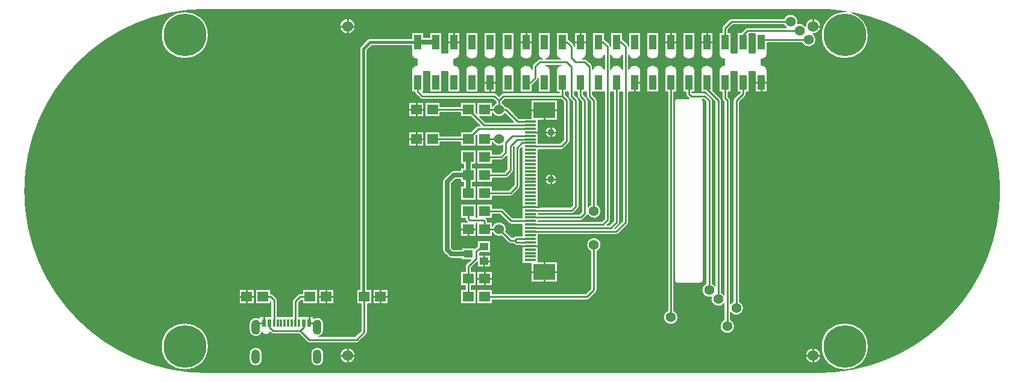
<source format=gbr>
G04 DesignSpark PCB Gerber Version 11.0 Build 5877*
G04 #@! TF.Part,Single*
G04 #@! TF.FileFunction,Copper,L2,Bot*
G04 #@! TF.FilePolarity,Positive*
%FSLAX35Y35*%
%MOIN*%
G04 #@! TA.AperFunction,ComponentPad*
%ADD101O,0.04724X0.07874*%
%ADD100O,0.04724X0.08268*%
G04 #@! TA.AperFunction,SMDPad,CuDef*
%ADD117R,0.01181X0.04488*%
%ADD116R,0.02362X0.04488*%
%ADD120R,0.04016X0.07874*%
G04 #@! TD.AperFunction*
%ADD83C,0.00100*%
%ADD82C,0.00500*%
%ADD11C,0.01000*%
%ADD115C,0.01500*%
%ADD114C,0.02500*%
G04 #@! TA.AperFunction,WasherPad*
%ADD97C,0.03937*%
G04 #@! TA.AperFunction,ViaPad*
%ADD96C,0.05591*%
G04 #@! TA.AperFunction,ComponentPad*
%ADD17C,0.06000*%
G04 #@! TA.AperFunction,WasherPad*
%ADD15C,0.23622*%
G04 #@! TA.AperFunction,SMDPad,CuDef*
%ADD119R,0.06299X0.01181*%
%ADD121R,0.04800X0.04000*%
%ADD22R,0.06000X0.05500*%
%ADD118R,0.12283X0.08819*%
G04 #@! TD.AperFunction*
X0Y0D02*
D02*
D11*
X128250Y50250D02*
X126250D01*
X130750Y48000D02*
Y46000D01*
Y52500D02*
Y54500D01*
X133250Y50250D02*
X135250D01*
X140152Y35806D02*
X138006D01*
X135722Y33522D01*
X140152Y37550D02*
Y39551D01*
X143301Y35806D02*
Y33449D01*
X145250Y31500D01*
X160250D01*
X145860Y35806D02*
Y48390D01*
X144000Y50250D01*
X139750D01*
X160250Y31500D02*
X165250Y26500D01*
X191500D01*
X195750Y30750D01*
Y50250D01*
X160250Y31500D02*
X162199Y33449D01*
Y35806D01*
X165348D02*
X167494D01*
X169778Y33522D01*
X165348Y37550D02*
Y39551D01*
X165750Y50250D02*
X160250D01*
X157750Y47750D01*
Y35884D01*
X157671Y35806D01*
X172250Y50250D02*
X170250D01*
X174750Y48000D02*
Y46000D01*
Y52500D02*
Y54500D01*
X177250Y50250D02*
X179250D01*
X184000Y17715D02*
X182000D01*
X184000Y200215D02*
X182000D01*
X186500Y15215D02*
Y13215D01*
Y20215D02*
Y22215D01*
Y197715D02*
Y195715D01*
Y202715D02*
Y204715D01*
X189000Y17715D02*
X191000D01*
X189000Y200215D02*
X191000D01*
X202250Y50250D02*
X200250D01*
X204750Y48000D02*
Y46000D01*
Y52500D02*
Y54500D01*
X207250Y50250D02*
X209250D01*
X222000Y137750D02*
X220000D01*
X222000Y154000D02*
X220000D01*
X224500Y135500D02*
Y133500D01*
Y140000D02*
Y142000D01*
Y151750D02*
Y149750D01*
Y156250D02*
Y158250D01*
X225250Y169000D02*
Y164000D01*
X227750Y161500D01*
X267750D01*
X270250Y159000D01*
X227000Y137750D02*
X229000D01*
X227000Y154000D02*
X229000D01*
X233500Y137750D02*
X253250D01*
X233500Y154000D02*
X253250D01*
X243742Y191500D02*
X241742D01*
X245250Y194937D02*
Y196937D01*
X246758Y191500D02*
X248758D01*
X250750Y87750D02*
X248750D01*
X253250Y50250D02*
Y60250D01*
Y67000D01*
X257750Y71500D01*
Y75250D01*
X260500Y78000D01*
X262050D01*
X253250Y85500D02*
Y83500D01*
X255750Y87750D02*
X257750D01*
X259750Y60250D02*
X257750D01*
X262050Y68500D02*
Y66500D01*
Y71500D02*
Y73500D01*
X262250Y58000D02*
Y56000D01*
Y62500D02*
Y64500D01*
Y87750D02*
Y92000D01*
X261500Y92750D01*
X254000D01*
X253250Y93500D01*
Y97750D01*
X262250Y87750D02*
X270250D01*
X262250Y117750D02*
X274000D01*
X276500Y120250D01*
Y133788D01*
X280250Y137538D01*
X287481D01*
X262250Y127750D02*
X271500D01*
X274000Y130250D01*
Y135757D01*
X277750Y139507D01*
X287481D01*
X262250Y137750D02*
X270250D01*
X262250Y154000D02*
X270250D01*
X263742Y169000D02*
X261742D01*
X263950Y70000D02*
X265949D01*
X264750Y60250D02*
X266750D01*
X265250Y165563D02*
Y163563D01*
X266758Y169000D02*
X268758D01*
X270250Y154000D02*
X274000D01*
X280619Y147381D01*
X287481D01*
X270250Y159000D02*
Y154000D01*
X279000Y81500D02*
X276500D01*
X270250Y87750D01*
X279000Y81500D02*
X279920Y82420D01*
X287481D01*
X283742Y191500D02*
X281742D01*
X285250Y169000D02*
X287750D01*
X290250Y171500D01*
Y177750D01*
X292750Y180250D01*
X307750D01*
X310250Y177750D01*
Y161500D01*
X312750Y159000D01*
Y100250D01*
X310668Y98168D01*
X287481D01*
X285250Y194937D02*
Y196937D01*
X286758Y191500D02*
X288758D01*
X287481Y78483D02*
X292750D01*
X287481D02*
X281500D01*
X287481Y80452D02*
X280048D01*
X279000Y81500D01*
X287481Y92263D02*
X276987D01*
X271500Y97750D01*
X262250D01*
X287481Y100137D02*
X281500D01*
X287481D02*
X292750D01*
X287481Y135570D02*
X283070D01*
X280250Y132750D01*
Y111500D01*
X276500Y107750D01*
X262250D01*
X287481Y141475D02*
X292750D01*
X287481Y143444D02*
X258944D01*
X253250Y137750D01*
X287481Y145412D02*
X261838D01*
X253250Y154000D01*
X289635Y64125D02*
X287634D01*
X289635Y153865D02*
X287634D01*
X295277Y60215D02*
Y58217D01*
Y68034D02*
Y70035D01*
Y149956D02*
Y147957D01*
X297531Y115250D02*
X295531D01*
X297531Y141500D02*
X295531D01*
X299000Y113781D02*
Y111781D01*
Y116719D02*
Y118719D01*
Y140031D02*
Y138031D01*
Y142969D02*
Y144969D01*
X300469Y115250D02*
X302469D01*
X300469Y141500D02*
X302469D01*
X300919Y64125D02*
X302917D01*
X300919Y153865D02*
X302917D01*
X305250Y161500D02*
X272750D01*
X270250Y159000D01*
X305250Y161500D02*
X307750Y159000D01*
Y136500D01*
X304851Y133601D01*
X287481D01*
X305250Y169000D02*
Y161500D01*
Y191500D02*
X307750D01*
X310250Y189000D01*
Y182750D01*
X312750Y180250D01*
X317750D01*
X320250Y177750D01*
Y161500D01*
X322750Y159000D01*
Y97750D01*
X313742Y191500D02*
X311742D01*
X315250Y169000D02*
Y161500D01*
X317750Y159000D01*
Y96500D01*
X315481Y94231D01*
X287481D01*
X315250Y194937D02*
Y196937D01*
X316758Y191500D02*
X318758D01*
X322750Y79000D02*
Y54000D01*
X319000Y50250D01*
X262250D01*
X325250Y191500D02*
X327750D01*
X330250Y189000D01*
Y92750D01*
X327794Y90294D01*
X287481D01*
X335250Y169000D02*
Y91500D01*
X332076Y88326D01*
X287481D01*
X335250Y191500D02*
X337750D01*
X340250Y189000D01*
Y91500D01*
X335107Y86357D01*
X287481D01*
X345250Y165563D02*
Y163563D01*
X346758Y169000D02*
X348758D01*
X363742Y191500D02*
X361742D01*
X365250Y169000D02*
Y39000D01*
Y194937D02*
Y196937D01*
X366758Y191500D02*
X368758D01*
X375250Y169000D02*
Y162750D01*
X376500Y161500D01*
X384000D01*
X386500Y159000D01*
Y54000D01*
X383742Y191500D02*
X381742D01*
X385250Y169000D02*
Y165250D01*
X391500Y159000D01*
Y49000D01*
X385250Y194937D02*
Y196937D01*
X386758Y191500D02*
X388758D01*
X395250Y169000D02*
Y160250D01*
X396500Y159000D01*
Y34000D01*
X395250Y191500D02*
Y199000D01*
X399000Y202750D01*
X431500D01*
X405250Y169000D02*
Y162750D01*
X401500Y159000D01*
Y44000D01*
X405250Y191500D02*
Y195250D01*
X407750Y197750D01*
X436500D01*
X413742Y169000D02*
X411742D01*
X415250Y165563D02*
Y163563D01*
Y191500D02*
Y192750D01*
X441500D01*
X416758Y169000D02*
X418758D01*
X441500Y17715D02*
X439500D01*
X444000Y15215D02*
Y13215D01*
Y20215D02*
Y22215D01*
Y202715D02*
Y204715D01*
X446500Y17715D02*
X448500D01*
X446500Y200215D02*
X448500D01*
D02*
D15*
X96500Y22750D03*
Y195250D03*
X461500Y22750D03*
Y195250D03*
D02*
D17*
X186500Y17715D03*
Y200215D03*
X444000Y17715D03*
Y200215D03*
D02*
D22*
X130750Y50250D03*
X139750D03*
X165750D03*
X174750D03*
X195750D03*
X204750D03*
X224500Y137750D03*
Y154000D03*
X233500Y137750D03*
Y154000D03*
X253250Y50250D03*
Y60250D03*
Y87750D03*
Y97750D03*
Y107750D03*
Y117750D03*
Y127750D03*
Y137750D03*
Y154000D03*
X262250Y50250D03*
Y60250D03*
Y87750D03*
Y97750D03*
Y107750D03*
Y117750D03*
Y127750D03*
Y137750D03*
Y154000D03*
D02*
D82*
X108626Y209512D02*
G75*
G03*
Y8350I0J-100581D01*
G01*
X446500D01*
G75*
G03*
X465356Y207729I0J100581D01*
G01*
G75*
G02*
X474561Y195250I-3856J-12479D01*
G01*
G75*
G02*
X448439I-13061J0D01*
G01*
G75*
G02*
X462081Y208298I13061J0D01*
G01*
G75*
G03*
X446500Y209512I-15581J-99371D01*
G01*
X108626D01*
X448439Y22750D02*
G75*
G02*
X474561I13061J0D01*
G01*
G75*
G02*
X448439I-13061J0D01*
G01*
X126500Y54250D02*
X135000D01*
Y46250D01*
X126500D01*
Y54250D01*
X132110Y18681D02*
G75*
G02*
X139335I3612J0D01*
G01*
Y15531D01*
G75*
G02*
X132110I-3612J0D01*
G01*
Y18681D01*
X348496Y186313D02*
G75*
G02*
X348665Y185250I-3246J-1063D01*
G01*
G75*
G02*
X342000Y184200I-3415J0D01*
G01*
Y176300D01*
G75*
G02*
X348665Y175250I3250J-1050D01*
G01*
G75*
G02*
X348496Y174187I-3416J0D01*
G01*
X348508D01*
Y163813D01*
X342000D01*
Y91500D01*
G75*
G02*
X341487Y90263I-1750J0D01*
G01*
X336344Y85120D01*
G75*
G02*
X335106Y84607I-1237J1237D01*
G01*
X291882D01*
Y69783D01*
X302669D01*
Y58465D01*
X287886D01*
Y68768D01*
X283083D01*
Y78702D01*
X280049D01*
G75*
G02*
X278811Y79214I-1J1750D01*
G01*
X278275Y79750D01*
X276501D01*
G75*
G02*
X275263Y80263I-1J1750D01*
G01*
X271591Y83933D01*
G75*
G02*
X266603Y86000I-1341J3817D01*
G01*
X266500D01*
Y83750D01*
X258000D01*
Y91000D01*
X257500D01*
Y83750D01*
X249000D01*
Y91750D01*
X252525D01*
X252013Y92263D01*
G75*
G02*
X251500Y93500I1237J1237D01*
G01*
Y93750D01*
X249000D01*
Y101750D01*
X257500D01*
Y94500D01*
X258000D01*
Y101750D01*
X266500D01*
Y99500D01*
X271499D01*
G75*
G02*
X272737Y98987I1J-1750D01*
G01*
X277712Y94013D01*
X283083D01*
Y133108D01*
X282000Y132025D01*
Y111500D01*
G75*
G02*
X281487Y110263I-1750J0D01*
G01*
X277737Y106513D01*
G75*
G02*
X276499Y106000I-1237J1237D01*
G01*
X266500D01*
Y103750D01*
X258000D01*
Y111750D01*
X266500D01*
Y109500D01*
X275775D01*
X278500Y112225D01*
Y132750D01*
G75*
G02*
X278654Y133467I1750J0D01*
G01*
X278250Y133063D01*
Y120250D01*
G75*
G02*
X277737Y119013I-1750J0D01*
G01*
X275237Y116513D01*
G75*
G02*
X273999Y116000I-1237J1237D01*
G01*
X266500D01*
Y113750D01*
X258000D01*
Y121750D01*
X266500D01*
Y119500D01*
X273275D01*
X274750Y120975D01*
Y128525D01*
X272737Y126513D01*
G75*
G02*
X271499Y126000I-1237J1237D01*
G01*
X266500D01*
Y123750D01*
X258000D01*
Y131750D01*
X266500D01*
Y129500D01*
X270775D01*
X272250Y130975D01*
Y134234D01*
G75*
G02*
X266603Y136000I-2000J3516D01*
G01*
X266500D01*
Y133750D01*
X258000D01*
Y140025D01*
X257500Y139525D01*
Y133750D01*
X249000D01*
Y136000D01*
X237750D01*
Y133750D01*
X229250D01*
Y141750D01*
X237750D01*
Y139500D01*
X249000D01*
Y141750D01*
X254775D01*
X257706Y144681D01*
G75*
G02*
X258944Y145194I1237J-1237D01*
G01*
X259581D01*
X254775Y150000D01*
X249000D01*
Y152250D01*
X237750D01*
Y150000D01*
X229250D01*
Y158000D01*
X237750D01*
Y155750D01*
X249000D01*
Y158000D01*
X257500D01*
Y152225D01*
X258000Y151725D01*
Y158000D01*
X266500D01*
Y155750D01*
X266603D01*
G75*
G02*
X268500Y157647I3647J-1750D01*
G01*
Y158275D01*
X267025Y159750D01*
X227751D01*
G75*
G02*
X226513Y160263I-1J1750D01*
G01*
X224013Y162763D01*
G75*
G02*
X223510Y163813I1237J1238D01*
G01*
X221992D01*
Y174187D01*
X222004D01*
G75*
G02*
X225106Y178662I3246J1063D01*
G01*
G75*
G02*
Y181838I5144J1588D01*
G01*
G75*
G02*
X222004Y186313I145J3412D01*
G01*
X221992D01*
Y189500D01*
X199828D01*
X197250Y186922D01*
Y54250D01*
X200000D01*
Y46250D01*
X197500D01*
Y30750D01*
G75*
G02*
X196987Y29513I-1750J0D01*
G01*
X192737Y25263D01*
G75*
G02*
X191499Y24750I-1237J1237D01*
G01*
X165251D01*
G75*
G02*
X164013Y25263I-1J1750D01*
G01*
X159525Y29750D01*
X145251D01*
G75*
G02*
X144013Y30263I-1J1750D01*
G01*
X143617Y30659D01*
G75*
G02*
X139149Y30609I-2244J934D01*
G01*
G75*
G02*
X132110Y31752I-3426J1143D01*
G01*
Y35295D01*
G75*
G02*
X137720Y38305I3612J0D01*
G01*
Y39299D01*
X144110D01*
Y47665D01*
X144000Y47775D01*
Y46250D01*
X135500D01*
Y54250D01*
X144000D01*
Y52000D01*
G75*
G02*
X145237Y51487I0J-1750D01*
G01*
X147098Y49627D01*
G75*
G02*
X147610Y48390I-1237J-1237D01*
G01*
Y39299D01*
X156000D01*
Y47750D01*
G75*
G02*
X156513Y48987I1750J0D01*
G01*
X159013Y51487D01*
G75*
G02*
X160251Y52000I1237J-1237D01*
G01*
X161500D01*
Y54250D01*
X170000D01*
Y46250D01*
X161500D01*
Y48500D01*
X160975D01*
X159500Y47025D01*
Y39299D01*
X167780D01*
Y38305D01*
G75*
G02*
X173390Y35295I1998J-3009D01*
G01*
Y31752D01*
G75*
G02*
X170663Y28250I-3612J0D01*
G01*
X190775D01*
X194000Y31475D01*
Y46250D01*
X191500D01*
Y54250D01*
X193250D01*
Y187750D01*
G75*
G02*
X193837Y189166I2000J0D01*
G01*
X197584Y192913D01*
G75*
G02*
X199000Y193500I1416J-1413D01*
G01*
X221992D01*
Y196687D01*
X228508D01*
Y194000D01*
X231992D01*
Y196687D01*
X238508D01*
Y186313D01*
X238496D01*
G75*
G02*
X238662Y185394I-3246J-1063D01*
G01*
G75*
G02*
X241838I1588J-5145D01*
G01*
G75*
G02*
X242004Y186313I3412J-144D01*
G01*
X241992D01*
Y196687D01*
X248508D01*
Y186313D01*
X248496D01*
G75*
G02*
X245394Y181838I-3246J-1063D01*
G01*
G75*
G02*
Y178662I-5145J-1588D01*
G01*
G75*
G02*
X248496Y174187I-145J-3413D01*
G01*
X248508D01*
Y163813D01*
X241992D01*
Y174187D01*
X242004D01*
G75*
G02*
X241838Y175106I3246J1063D01*
G01*
G75*
G02*
X238662I-1588J5145D01*
G01*
G75*
G02*
X238496Y174187I-3412J144D01*
G01*
X238508D01*
Y163813D01*
X231992D01*
Y174187D01*
X232004D01*
G75*
G02*
X231838Y175106I3246J1063D01*
G01*
G75*
G02*
X228662I-1588J5145D01*
G01*
G75*
G02*
X228496Y174187I-3412J144D01*
G01*
X228508D01*
Y163813D01*
X227912D01*
X228475Y163250D01*
X267749D01*
G75*
G02*
X268987Y162737I1J-1750D01*
G01*
X270250Y161475D01*
X271513Y162737D01*
G75*
G02*
X272751Y163250I1237J-1237D01*
G01*
X303500D01*
Y163813D01*
X301992D01*
Y174187D01*
X302004D01*
G75*
G02*
X304200Y178500I3246J1063D01*
G01*
X296300D01*
G75*
G02*
X298496Y174187I-1050J-3250D01*
G01*
X298508D01*
Y163813D01*
X291992D01*
Y171334D01*
G75*
G02*
X291487Y170263I-1742J166D01*
G01*
X288987Y167763D01*
G75*
G02*
X288508Y167422I-1238J1237D01*
G01*
Y163813D01*
X281992D01*
Y174187D01*
X282004D01*
G75*
G02*
X281835Y175250I3246J1063D01*
G01*
G75*
G02*
X288500Y176300I3415J0D01*
G01*
Y177750D01*
G75*
G02*
X289013Y178987I1750J0D01*
G01*
X291513Y181487D01*
G75*
G02*
X292751Y182000I1237J-1237D01*
G01*
X294200D01*
G75*
G02*
X292004Y186313I1050J3250D01*
G01*
X291992D01*
Y196687D01*
X298508D01*
Y186313D01*
X298496D01*
G75*
G02*
X296300Y182000I-3246J-1063D01*
G01*
X304200D01*
G75*
G02*
X302004Y186313I1050J3250D01*
G01*
X301992D01*
Y196687D01*
X308508D01*
Y193078D01*
G75*
G02*
X308987Y192737I-759J-1578D01*
G01*
X311487Y190237D01*
G75*
G02*
X311992Y189166I-1237J-1237D01*
G01*
Y196687D01*
X318508D01*
Y186313D01*
X318496D01*
G75*
G02*
X316300Y182000I-3246J-1063D01*
G01*
X317749D01*
G75*
G02*
X318987Y181487I1J-1750D01*
G01*
X321487Y178987D01*
G75*
G02*
X322000Y177750I-1237J-1237D01*
G01*
Y176300D01*
G75*
G02*
X328500I3250J-1050D01*
G01*
Y184200D01*
G75*
G02*
X321835Y185250I-3250J1050D01*
G01*
G75*
G02*
X322004Y186313I3416J0D01*
G01*
X321992D01*
Y196687D01*
X328508D01*
Y193078D01*
G75*
G02*
X328987Y192737I-759J-1578D01*
G01*
X331487Y190237D01*
G75*
G02*
X331992Y189166I-1237J-1237D01*
G01*
Y196687D01*
X338508D01*
Y193078D01*
G75*
G02*
X338987Y192737I-759J-1578D01*
G01*
X341487Y190237D01*
G75*
G02*
X341992Y189166I-1237J-1237D01*
G01*
Y196687D01*
X348508D01*
Y186313D01*
X348496D01*
X318705Y79000D02*
G75*
G02*
X326795I4045J0D01*
G01*
G75*
G02*
X324500Y75353I-4045J0D01*
G01*
Y54000D01*
G75*
G02*
X323987Y52763I-1750J0D01*
G01*
X320237Y49013D01*
G75*
G02*
X318999Y48500I-1237J1237D01*
G01*
X266500D01*
Y46250D01*
X258000D01*
Y54250D01*
X266500D01*
Y52000D01*
X318275D01*
X321000Y54725D01*
Y75353D01*
G75*
G02*
X318705Y79000I1750J3647D01*
G01*
X258402Y81250D02*
X265701D01*
Y74750D01*
X259725D01*
X259500Y74525D01*
Y73250D01*
X265701D01*
Y66750D01*
X258402D01*
Y69677D01*
X255000Y66275D01*
Y64250D01*
X257500D01*
Y56250D01*
X255000D01*
Y54250D01*
X257500D01*
Y46250D01*
X249000D01*
Y54250D01*
X251500D01*
Y56250D01*
X249000D01*
Y64250D01*
X251500D01*
Y67000D01*
G75*
G02*
X252013Y68237I1750J0D01*
G01*
X254525Y70750D01*
X249701D01*
Y71500D01*
X244002D01*
G75*
G02*
X242232Y72232I-2J2500D01*
G01*
X239732Y74732D01*
G75*
G02*
X239000Y76500I1768J1768D01*
G01*
Y114000D01*
G75*
G02*
X239732Y115768I2500J0D01*
G01*
X243482Y119518D01*
G75*
G02*
X245252Y120250I1768J-1768D01*
G01*
X249000D01*
Y121750D01*
X250750D01*
Y123750D01*
X249000D01*
Y131750D01*
X257500D01*
Y123750D01*
X255750D01*
Y121750D01*
X257500D01*
Y113750D01*
X255750D01*
Y111750D01*
X257500D01*
Y103750D01*
X249000D01*
Y111750D01*
X250750D01*
Y113750D01*
X249000D01*
Y115250D01*
X246285D01*
X244000Y112965D01*
Y77535D01*
X245035Y76500D01*
X249701D01*
Y77250D01*
X257000D01*
Y76975D01*
X258402Y78376D01*
Y81250D01*
X258000Y64250D02*
X266500D01*
Y56250D01*
X258000D01*
Y64250D01*
X200500Y54250D02*
X209000D01*
Y46250D01*
X200500D01*
Y54250D01*
X220250Y141750D02*
X228750D01*
Y133750D01*
X220250D01*
Y141750D01*
Y158000D02*
X228750D01*
Y150000D01*
X220250D01*
Y158000D01*
X166165Y18681D02*
G75*
G02*
X173390I3612J0D01*
G01*
Y15531D01*
G75*
G02*
X166165I-3612J0D01*
G01*
Y18681D01*
X182250Y17715D02*
G75*
G02*
X190750I4250J0D01*
G01*
G75*
G02*
X182250I-4250J0D01*
G01*
X170500Y54250D02*
X179000D01*
Y46250D01*
X170500D01*
Y54250D01*
X182250Y200215D02*
G75*
G02*
X190750I4250J0D01*
G01*
G75*
G02*
X182250I-4250J0D01*
G01*
X251835Y175250D02*
G75*
G02*
X258665I3415J0D01*
G01*
G75*
G02*
X258496Y174187I-3416J0D01*
G01*
X258508D01*
Y163813D01*
X251992D01*
Y174187D01*
X252004D01*
G75*
G02*
X251835Y175250I3246J1063D01*
G01*
X258496Y186313D02*
G75*
G02*
X258665Y185250I-3246J-1063D01*
G01*
G75*
G02*
X251835I-3415J0D01*
G01*
G75*
G02*
X252004Y186313I3416J0D01*
G01*
X251992D01*
Y196687D01*
X258508D01*
Y186313D01*
X258496D01*
X261835Y175250D02*
G75*
G02*
X268665I3415J0D01*
G01*
G75*
G02*
X268496Y174187I-3416J0D01*
G01*
X268508D01*
Y163813D01*
X261992D01*
Y174187D01*
X262004D01*
G75*
G02*
X261835Y175250I3246J1063D01*
G01*
X268496Y186313D02*
G75*
G02*
X268665Y185250I-3246J-1063D01*
G01*
G75*
G02*
X261835I-3415J0D01*
G01*
G75*
G02*
X262004Y186313I3416J0D01*
G01*
X261992D01*
Y196687D01*
X268508D01*
Y186313D01*
X268496D01*
X271835Y175250D02*
G75*
G02*
X278665I3415J0D01*
G01*
G75*
G02*
X278496Y174187I-3416J0D01*
G01*
X278508D01*
Y163813D01*
X271992D01*
Y174187D01*
X272004D01*
G75*
G02*
X271835Y175250I3246J1063D01*
G01*
X278496Y186313D02*
G75*
G02*
X278665Y185250I-3246J-1063D01*
G01*
G75*
G02*
X271835I-3415J0D01*
G01*
G75*
G02*
X272004Y186313I3416J0D01*
G01*
X271992D01*
Y196687D01*
X278508D01*
Y186313D01*
X278496D01*
X288496D02*
G75*
G02*
X288665Y185250I-3246J-1063D01*
G01*
G75*
G02*
X281835I-3415J0D01*
G01*
G75*
G02*
X282004Y186313I3416J0D01*
G01*
X281992D01*
Y196687D01*
X288508D01*
Y186313D01*
X288496D01*
X351835Y175250D02*
G75*
G02*
X358665I3415J0D01*
G01*
G75*
G02*
X358496Y174187I-3416J0D01*
G01*
X358508D01*
Y163813D01*
X351992D01*
Y174187D01*
X352004D01*
G75*
G02*
X351835Y175250I3246J1063D01*
G01*
X358496Y186313D02*
G75*
G02*
X358665Y185250I-3246J-1063D01*
G01*
G75*
G02*
X351835I-3415J0D01*
G01*
G75*
G02*
X352004Y186313I3416J0D01*
G01*
X351992D01*
Y196687D01*
X358508D01*
Y186313D01*
X358496D01*
X367000Y42647D02*
G75*
G02*
X369295Y39000I-1750J-3647D01*
G01*
G75*
G02*
X361205I-4045J0D01*
G01*
G75*
G02*
X363500Y42647I4045J0D01*
G01*
Y163813D01*
X361992D01*
Y174187D01*
X362004D01*
G75*
G02*
X361835Y175250I3246J1063D01*
G01*
G75*
G02*
X368665I3415J0D01*
G01*
G75*
G02*
X368496Y174187I-3416J0D01*
G01*
X368508D01*
Y163813D01*
X367000D01*
Y42647D01*
X439750Y200215D02*
G75*
G02*
X448250I4250J0D01*
G01*
G75*
G02*
X443956Y195965I-4250J0D01*
G01*
G75*
G02*
X445545Y192750I-2456J-3215D01*
G01*
G75*
G02*
X437853Y191000I-4045J0D01*
G01*
X418508D01*
Y186313D01*
X418496D01*
G75*
G02*
X415394Y181838I-3246J-1063D01*
G01*
G75*
G02*
Y178662I-5145J-1588D01*
G01*
G75*
G02*
X418496Y174187I-145J-3413D01*
G01*
X418508D01*
Y163813D01*
X411992D01*
Y174187D01*
X412004D01*
G75*
G02*
X411838Y175106I3246J1063D01*
G01*
G75*
G02*
X408662I-1588J5145D01*
G01*
G75*
G02*
X408496Y174187I-3412J144D01*
G01*
X408508D01*
Y163813D01*
X407000D01*
Y162750D01*
G75*
G02*
X406487Y161513I-1750J0D01*
G01*
X403250Y158275D01*
Y47647D01*
G75*
G02*
X405545Y44000I-1750J-3647D01*
G01*
G75*
G02*
X398250Y41591I-4045J0D01*
G01*
Y37647D01*
G75*
G02*
X400545Y34000I-1750J-3647D01*
G01*
G75*
G02*
X392455I-4045J0D01*
G01*
G75*
G02*
X394750Y37647I4045J0D01*
G01*
Y46591D01*
G75*
G02*
X387610Y50110I-3250J2409D01*
G01*
G75*
G02*
X384750Y57647I-1110J3890D01*
G01*
Y158275D01*
X383275Y159750D01*
X382714D01*
G75*
G02*
X383350Y158354I-1214J-1396D01*
G01*
Y59634D01*
G75*
G02*
X381500Y57784I-1850J0D01*
G01*
X369004D01*
G75*
G02*
X367154Y59634I0J1850D01*
G01*
Y158354D01*
G75*
G02*
X369004Y160204I1850J0D01*
G01*
X375324D01*
G75*
G02*
X375263Y160263I1178J1294D01*
G01*
X374013Y161513D01*
G75*
G02*
X373500Y162750I1237J1237D01*
G01*
Y163813D01*
X371992D01*
Y174187D01*
X372004D01*
G75*
G02*
X371835Y175250I3246J1063D01*
G01*
G75*
G02*
X378665I3415J0D01*
G01*
G75*
G02*
X378496Y174187I-3416J0D01*
G01*
X378508D01*
Y163813D01*
X377000D01*
Y163475D01*
X377225Y163250D01*
X383999D01*
G75*
G02*
X385237Y162737I1J-1750D01*
G01*
X387737Y160237D01*
G75*
G02*
X388250Y159000I-1237J-1237D01*
G01*
Y57647D01*
G75*
G02*
X389750Y56409I-1750J-3647D01*
G01*
Y158275D01*
X384212Y163813D01*
X381992D01*
Y174187D01*
X382004D01*
G75*
G02*
X381835Y175250I3246J1063D01*
G01*
G75*
G02*
X388665I3415J0D01*
G01*
G75*
G02*
X388496Y174187I-3416J0D01*
G01*
X388508D01*
Y164467D01*
X392737Y160237D01*
G75*
G02*
X393250Y159000I-1237J-1237D01*
G01*
Y52647D01*
G75*
G02*
X394750Y51409I-1750J-3647D01*
G01*
Y158275D01*
X394013Y159013D01*
G75*
G02*
X393500Y160250I1237J1237D01*
G01*
Y163813D01*
X391992D01*
Y174187D01*
X392004D01*
G75*
G02*
X395106Y178662I3246J1063D01*
G01*
G75*
G02*
Y181838I5144J1588D01*
G01*
G75*
G02*
X392004Y186313I145J3412D01*
G01*
X391992D01*
Y196687D01*
X393500D01*
Y199000D01*
G75*
G02*
X394013Y200237I1750J0D01*
G01*
X397763Y203987D01*
G75*
G02*
X399001Y204500I1237J-1237D01*
G01*
X427853D01*
G75*
G02*
X435390Y201640I3647J-1750D01*
G01*
G75*
G02*
X439750Y200158I1110J-3890D01*
G01*
G75*
G02*
X439750Y200215I4244J58D01*
G01*
Y17715D02*
G75*
G02*
X448250I4250J0D01*
G01*
G75*
G02*
X439750I-4250J0D01*
G01*
X368496Y186313D02*
G75*
G02*
X368665Y185250I-3246J-1063D01*
G01*
G75*
G02*
X361835I-3415J0D01*
G01*
G75*
G02*
X362004Y186313I3416J0D01*
G01*
X361992D01*
Y196687D01*
X368508D01*
Y186313D01*
X368496D01*
X378496D02*
G75*
G02*
X378665Y185250I-3246J-1063D01*
G01*
G75*
G02*
X371835I-3415J0D01*
G01*
G75*
G02*
X372004Y186313I3416J0D01*
G01*
X371992D01*
Y196687D01*
X378508D01*
Y186313D01*
X378496D01*
X388496D02*
G75*
G02*
X388665Y185250I-3246J-1063D01*
G01*
G75*
G02*
X381835I-3415J0D01*
G01*
G75*
G02*
X382004Y186313I3416J0D01*
G01*
X381992D01*
Y196687D01*
X388508D01*
Y186313D01*
X388496D01*
X83439Y22750D02*
G75*
G02*
X109561I13061J0D01*
G01*
G75*
G02*
X83439I-13061J0D01*
G01*
Y195250D02*
G75*
G02*
X109561I13061J0D01*
G01*
G75*
G02*
X83439I-13061J0D01*
G01*
X84721Y17106D02*
G36*
X84721Y17106D02*
X67580D01*
G75*
G03*
X101539Y8600I41046J91827D01*
G01*
X453587D01*
G75*
G03*
X487546Y17106I-7087J100332D01*
G01*
X473279D01*
G75*
G02*
X449721I-11779J5644D01*
G01*
X448206D01*
G75*
G02*
X439794I-4206J608D01*
G01*
X190706D01*
G75*
G02*
X182294I-4206J608D01*
G01*
X173390D01*
Y15531D01*
G75*
G02*
X166165I-3612J0D01*
G01*
Y17106D01*
X139335D01*
Y15531D01*
G75*
G02*
X132110I-3612J0D01*
G01*
Y17106D01*
X108279D01*
G75*
G02*
X84721I-11779J5644D01*
G01*
G37*
X56767Y22750D02*
G36*
X56767Y22750D02*
G75*
G03*
X67580Y17106I51863J86185D01*
G01*
X84721D01*
G75*
G02*
X83439Y22750I11779J5644D01*
G01*
X56767D01*
G37*
X109561D02*
G36*
X109561Y22750D02*
G75*
G02*
X108279Y17106I-13061J0D01*
G01*
X132110D01*
Y18681D01*
G75*
G02*
X139335I3612J0D01*
G01*
Y17106D01*
X166165D01*
Y18681D01*
G75*
G02*
X173390I3612J0D01*
G01*
Y17106D01*
X182294D01*
G75*
G02*
X182250Y17715I4207J608D01*
G01*
G75*
G02*
X190750I4250J0D01*
G01*
G75*
G02*
X190706Y17106I-4250J0D01*
G01*
X439794D01*
G75*
G02*
X439750Y17715I4207J608D01*
G01*
G75*
G02*
X448250I4250J0D01*
G01*
G75*
G02*
X448206Y17106I-4250J0D01*
G01*
X449721D01*
G75*
G02*
X448439Y22750I11779J5644D01*
G01*
X109561D01*
G37*
X474561D02*
G36*
X474561Y22750D02*
G75*
G02*
X473279Y17106I-13061J0D01*
G01*
X487546D01*
G75*
G03*
X498359Y22750I-41050J91832D01*
G01*
X474561D01*
G37*
X26937Y50250D02*
G36*
X26937Y50250D02*
G75*
G03*
X56767Y22750I81690J58682D01*
G01*
X83439D01*
G75*
G02*
X109561I13061J0D01*
G01*
X448439D01*
G75*
G02*
X474561I13061J0D01*
G01*
X498359D01*
G75*
G03*
X528189Y50250I-51860J86182D01*
G01*
X403250D01*
Y47647D01*
G75*
G02*
X405545Y44000I-1750J-3647D01*
G01*
G75*
G02*
X398250Y41591I-4045J0D01*
G01*
Y37647D01*
G75*
G02*
X400545Y34000I-1750J-3647D01*
G01*
G75*
G02*
X392455I-4045J0D01*
G01*
G75*
G02*
X394750Y37647I4046J0D01*
G01*
Y46591D01*
G75*
G02*
X387455Y49000I-3250J2409D01*
G01*
G75*
G02*
X387610Y50110I4045J0D01*
G01*
G75*
G02*
X384983Y50250I-1110J3890D01*
G01*
X367000D01*
Y42647D01*
G75*
G02*
X369295Y39000I-1750J-3647D01*
G01*
G75*
G02*
X361205I-4045J0D01*
G01*
G75*
G02*
X363500Y42647I4046J0D01*
G01*
Y50250D01*
X321475D01*
X320237Y49013D01*
G75*
G02*
X318999Y48500I-1237J1237D01*
G01*
X266500D01*
Y46250D01*
X258000D01*
Y50250D01*
X257500D01*
Y46250D01*
X249000D01*
Y50250D01*
X209000D01*
Y46250D01*
X200500D01*
Y50250D01*
X200000D01*
Y46250D01*
X197500D01*
Y30750D01*
G75*
G02*
Y30749I-2051J0D01*
G01*
G75*
G02*
X196987Y29513I-1748J0D01*
G01*
X192737Y25263D01*
G75*
G02*
X191499Y24750I-1237J1237D01*
G01*
X165251D01*
G75*
G02*
X164013Y25263I-1J1750D01*
G01*
X159525Y29750D01*
X145251D01*
G75*
G02*
X144013Y30263I-1J1750D01*
G01*
X143617Y30659D01*
G75*
G02*
X139149Y30609I-2244J934D01*
G01*
G75*
G02*
X132110Y31752I-3426J1143D01*
G01*
Y35295D01*
G75*
G02*
X137720Y38305I3612J0D01*
G01*
Y39299D01*
X144110D01*
Y47665D01*
X144000Y47775D01*
Y46250D01*
X135500D01*
Y50250D01*
X135000D01*
Y46250D01*
X126500D01*
Y50250D01*
X26937D01*
G37*
X146475D02*
G36*
X146475Y50250D02*
X147098Y49627D01*
G75*
G02*
X147610Y48391I-1235J-1237D01*
G01*
G75*
G02*
Y48390I-2051J0D01*
G01*
Y39299D01*
X156000D01*
Y47750D01*
G75*
G02*
Y47751I2051J0D01*
G01*
G75*
G02*
X156513Y48987I1748J0D01*
G01*
X157775Y50250D01*
X146475D01*
G37*
X159500Y47025D02*
G36*
X159500Y47025D02*
Y39299D01*
X167780D01*
Y38305D01*
G75*
G02*
X173390Y35295I1998J-3010D01*
G01*
Y31752D01*
G75*
G02*
X170663Y28250I-3612J0D01*
G01*
X190775D01*
X194000Y31475D01*
Y46250D01*
X191500D01*
Y50250D01*
X179000D01*
Y46250D01*
X170500D01*
Y50250D01*
X170000D01*
Y46250D01*
X161500D01*
Y48500D01*
X160975D01*
X159500Y47025D01*
G37*
X20611Y60250D02*
G36*
X20611Y60250D02*
G75*
G03*
X26937Y50250I88023J48686D01*
G01*
X126500D01*
Y54250D01*
X135000D01*
Y50250D01*
X135500D01*
Y54250D01*
X144000D01*
Y52000D01*
G75*
G02*
X145237Y51487I1J-1748D01*
G01*
X146475Y50250D01*
X157775D01*
X159013Y51487D01*
G75*
G02*
X160251Y52000I1237J-1237D01*
G01*
X161500D01*
Y54250D01*
X170000D01*
Y50250D01*
X170500D01*
Y54250D01*
X179000D01*
Y50250D01*
X191500D01*
Y54250D01*
X193250D01*
Y60250D01*
X20611D01*
G37*
X197250D02*
G36*
X197250Y60250D02*
Y54250D01*
X200000D01*
Y50250D01*
X200500D01*
Y54250D01*
X209000D01*
Y50250D01*
X249000D01*
Y54250D01*
X251500D01*
Y56250D01*
X249000D01*
Y60250D01*
X197250D01*
G37*
X255000Y56250D02*
G36*
X255000Y56250D02*
Y54250D01*
X257500D01*
Y50250D01*
X258000D01*
Y54250D01*
X266500D01*
Y52000D01*
X318275D01*
X321000Y54725D01*
Y60250D01*
X302669D01*
Y58465D01*
X287886D01*
Y60250D01*
X266500D01*
Y56250D01*
X258000D01*
Y60250D01*
X257500D01*
Y56250D01*
X255000D01*
G37*
X323987Y52763D02*
G36*
X323987Y52763D02*
X321475Y50250D01*
X363500D01*
Y60250D01*
X324500D01*
Y54000D01*
G75*
G02*
Y53999I-2051J0D01*
G01*
G75*
G02*
X323987Y52763I-1748J0D01*
G01*
G37*
X367000Y60250D02*
G36*
X367000Y60250D02*
Y50250D01*
X384983D01*
G75*
G02*
X382455Y54000I1517J3750D01*
G01*
G75*
G02*
X384750Y57647I4045J0D01*
G01*
Y60250D01*
X383350D01*
Y59634D01*
Y59633D01*
G75*
G02*
X381500Y57784I-1850J0D01*
G01*
X369004D01*
G75*
G02*
X367154Y59633I0J1850D01*
G01*
Y59634D01*
Y60250D01*
X367000D01*
G37*
X388250D02*
G36*
X388250Y60250D02*
Y57647D01*
G75*
G02*
X389750Y56409I-1752J-3650D01*
G01*
Y60250D01*
X388250D01*
G37*
X393250D02*
G36*
X393250Y60250D02*
Y52647D01*
G75*
G02*
X394750Y51409I-1752J-3650D01*
G01*
Y60250D01*
X393250D01*
G37*
X403250D02*
G36*
X403250Y60250D02*
Y50250D01*
X528189D01*
G75*
G03*
X534515Y60250I-81697J58686D01*
G01*
X403250D01*
G37*
X8295Y116018D02*
G36*
X8295Y116018D02*
Y101844D01*
G75*
G03*
X20611Y60250I100333J7087D01*
G01*
X193250D01*
Y137750D01*
X12262D01*
G75*
G03*
X8295Y116018I96368J-28819D01*
G01*
G37*
X197250Y137750D02*
G36*
X197250Y137750D02*
Y60250D01*
X249000D01*
Y64250D01*
X251500D01*
Y67000D01*
G75*
G02*
Y67001I2051J0D01*
G01*
G75*
G02*
X252013Y68237I1748J0D01*
G01*
X254525Y70750D01*
X249701D01*
Y71500D01*
X244002D01*
G75*
G02*
X242232Y72232I-3J2499D01*
G01*
X239732Y74732D01*
G75*
G02*
X239000Y76499I1766J1767D01*
G01*
G75*
G02*
Y76500I2820J0D01*
G01*
Y114000D01*
G75*
G02*
Y114001I2820J0D01*
G01*
G75*
G02*
X239732Y115768I2498J0D01*
G01*
X243482Y119518D01*
G75*
G02*
X245252Y120250I1767J-1767D01*
G01*
X249000D01*
Y121750D01*
X250750D01*
Y123750D01*
X249000D01*
Y131750D01*
X257500D01*
Y123750D01*
X255750D01*
Y121750D01*
X257500D01*
Y113750D01*
X255750D01*
Y111750D01*
X257500D01*
Y103750D01*
X249000D01*
Y111750D01*
X250750D01*
Y113750D01*
X249000D01*
Y115250D01*
X246285D01*
X244000Y112965D01*
Y77535D01*
X245035Y76500D01*
X249701D01*
Y77250D01*
X257000D01*
Y76975D01*
X258402Y78376D01*
Y81250D01*
X265701D01*
Y74750D01*
X259725D01*
X259500Y74525D01*
Y73250D01*
X265701D01*
Y66750D01*
X258402D01*
Y69677D01*
X255000Y66275D01*
Y64250D01*
X257500D01*
Y60250D01*
X258000D01*
Y64250D01*
X266500D01*
Y60250D01*
X287886D01*
Y68768D01*
X283083D01*
Y78702D01*
X280049D01*
G75*
G02*
X278811Y79214I-1J1750D01*
G01*
X278275Y79750D01*
X276501D01*
G75*
G02*
X275263Y80263I-1J1750D01*
G01*
X271591Y83933D01*
G75*
G02*
X266603Y86000I-1341J3817D01*
G01*
X266500D01*
Y83750D01*
X258000D01*
Y91000D01*
X257500D01*
Y83750D01*
X249000D01*
Y91750D01*
X252525D01*
X252013Y92263D01*
G75*
G02*
X251500Y93499I1235J1237D01*
G01*
G75*
G02*
Y93500I2051J0D01*
G01*
Y93750D01*
X249000D01*
Y101750D01*
X257500D01*
Y94500D01*
X258000D01*
Y101750D01*
X266500D01*
Y99500D01*
X271499D01*
G75*
G02*
X272737Y98987I1J-1750D01*
G01*
X277712Y94013D01*
X283083D01*
Y133108D01*
X282000Y132025D01*
Y111500D01*
G75*
G02*
Y111499I-2051J0D01*
G01*
G75*
G02*
X281487Y110263I-1748J0D01*
G01*
X277737Y106513D01*
G75*
G02*
X276499Y106000I-1237J1237D01*
G01*
X266500D01*
Y103750D01*
X258000D01*
Y111750D01*
X266500D01*
Y109500D01*
X275775D01*
X278500Y112225D01*
Y132750D01*
G75*
G02*
X278654Y133467I1758J-2D01*
G01*
X278250Y133063D01*
Y120250D01*
G75*
G02*
Y120249I-2051J0D01*
G01*
G75*
G02*
X277737Y119013I-1748J0D01*
G01*
X275237Y116513D01*
G75*
G02*
X273999Y116000I-1237J1237D01*
G01*
X266500D01*
Y113750D01*
X258000D01*
Y121750D01*
X266500D01*
Y119500D01*
X273275D01*
X274750Y120975D01*
Y128525D01*
X272737Y126513D01*
G75*
G02*
X271499Y126000I-1237J1237D01*
G01*
X266500D01*
Y123750D01*
X258000D01*
Y131750D01*
X266500D01*
Y129500D01*
X270775D01*
X272250Y130975D01*
Y134234D01*
G75*
G02*
X266603Y136000I-2000J3517D01*
G01*
X266500D01*
Y133750D01*
X258000D01*
Y137750D01*
X257500D01*
Y133750D01*
X249000D01*
Y136000D01*
X237750D01*
Y133750D01*
X229250D01*
Y137750D01*
X228750D01*
Y133750D01*
X220250D01*
Y137750D01*
X197250D01*
G37*
X291882Y84607D02*
G36*
X291882Y84607D02*
Y69783D01*
X302669D01*
Y60250D01*
X321000D01*
Y75353D01*
G75*
G02*
X318705Y79000I1750J3647D01*
G01*
G75*
G02*
X326795I4045J0D01*
G01*
G75*
G02*
X324500Y75353I-4046J0D01*
G01*
Y60250D01*
X363500D01*
Y137750D01*
X342000D01*
Y91500D01*
G75*
G02*
Y91499I-2051J0D01*
G01*
G75*
G02*
X341487Y90263I-1748J0D01*
G01*
X336344Y85120D01*
G75*
G02*
X335106Y84607I-1237J1237D01*
G01*
X291882D01*
G37*
X367000Y137750D02*
G36*
X367000Y137750D02*
Y60250D01*
X367154D01*
Y137750D01*
X367000D01*
G37*
X383350D02*
G36*
X383350Y137750D02*
Y60250D01*
X384750D01*
Y137750D01*
X383350D01*
G37*
X388250D02*
G36*
X388250Y137750D02*
Y60250D01*
X389750D01*
Y137750D01*
X388250D01*
G37*
X393250D02*
G36*
X393250Y137750D02*
Y60250D01*
X394750D01*
Y137750D01*
X393250D01*
G37*
X403250D02*
G36*
X403250Y137750D02*
Y60250D01*
X534515D01*
G75*
G03*
X546831Y101844I-88017J48681D01*
G01*
Y116019D01*
G75*
G03*
X542864Y137750I-100333J-7087D01*
G01*
X403250D01*
G37*
X18707Y154000D02*
G36*
X18707Y154000D02*
G75*
G03*
X12262Y137750I89927J-45074D01*
G01*
X193250D01*
Y154000D01*
X18707D01*
G37*
X197250D02*
G36*
X197250Y154000D02*
Y137750D01*
X220250D01*
Y141750D01*
X228750D01*
Y137750D01*
X229250D01*
Y141750D01*
X237750D01*
Y139500D01*
X249000D01*
Y141750D01*
X254775D01*
X257706Y144681D01*
G75*
G02*
X258944Y145194I1237J-1237D01*
G01*
X259581D01*
X254775Y150000D01*
X249000D01*
Y152250D01*
X237750D01*
Y150000D01*
X229250D01*
Y154000D01*
X228750D01*
Y150000D01*
X220250D01*
Y154000D01*
X197250D01*
G37*
X257500Y139525D02*
G36*
X257500Y139525D02*
Y137750D01*
X258000D01*
Y140025D01*
X257500Y139525D01*
G37*
Y154000D02*
G36*
X257500Y154000D02*
Y152225D01*
X258000Y151725D01*
Y154000D01*
X257500D01*
G37*
X342000D02*
G36*
X342000Y154000D02*
Y137750D01*
X363500D01*
Y154000D01*
X342000D01*
G37*
X367000D02*
G36*
X367000Y154000D02*
Y137750D01*
X367154D01*
Y154000D01*
X367000D01*
G37*
X383350D02*
G36*
X383350Y154000D02*
Y137750D01*
X384750D01*
Y154000D01*
X383350D01*
G37*
X388250D02*
G36*
X388250Y154000D02*
Y137750D01*
X389750D01*
Y154000D01*
X388250D01*
G37*
X393250D02*
G36*
X393250Y154000D02*
Y137750D01*
X394750D01*
Y154000D01*
X393250D01*
G37*
X403250D02*
G36*
X403250Y154000D02*
Y137750D01*
X542864D01*
G75*
G03*
X536419Y154000I-96373J-28824D01*
G01*
X403250D01*
G37*
X29669Y171239D02*
G36*
X29669Y171239D02*
G75*
G03*
X18707Y154000I78959J-62309D01*
G01*
X193250D01*
Y171239D01*
X29669D01*
G37*
X197250D02*
G36*
X197250Y171239D02*
Y154000D01*
X220250D01*
Y158000D01*
X228750D01*
Y154000D01*
X229250D01*
Y158000D01*
X237750D01*
Y155750D01*
X249000D01*
Y158000D01*
X257500D01*
Y154000D01*
X258000D01*
Y158000D01*
X266500D01*
Y155750D01*
X266603D01*
G75*
G02*
X268500Y157647I3645J-1748D01*
G01*
Y158275D01*
X267025Y159750D01*
X227751D01*
G75*
G02*
X226513Y160263I-1J1750D01*
G01*
X224013Y162763D01*
G75*
G02*
X223510Y163813I1238J1238D01*
G01*
X221992D01*
Y171239D01*
X197250D01*
G37*
X227912Y163813D02*
G36*
X227912Y163813D02*
X228475Y163250D01*
X267749D01*
G75*
G02*
X268987Y162737I1J-1750D01*
G01*
X270250Y161475D01*
X271513Y162737D01*
G75*
G02*
X272751Y163250I1237J-1237D01*
G01*
X303500D01*
Y163813D01*
X301992D01*
Y171239D01*
X298508D01*
Y163813D01*
X291992D01*
Y171239D01*
X291980D01*
G75*
G02*
X291487Y170263I-1731J261D01*
G01*
X288987Y167763D01*
G75*
G02*
X288508Y167422I-1241J1241D01*
G01*
Y163813D01*
X281992D01*
Y171239D01*
X278508D01*
Y163813D01*
X271992D01*
Y171239D01*
X268508D01*
Y163813D01*
X261992D01*
Y171239D01*
X258508D01*
Y163813D01*
X251992D01*
Y171239D01*
X248508D01*
Y163813D01*
X241992D01*
Y171239D01*
X238508D01*
Y163813D01*
X231992D01*
Y171239D01*
X228508D01*
Y163813D01*
X227912D01*
G37*
X342000D02*
G36*
X342000Y163813D02*
Y154000D01*
X363500D01*
Y163813D01*
X361992D01*
Y171239D01*
X358508D01*
Y163813D01*
X351992D01*
Y171239D01*
X348508D01*
Y163813D01*
X342000D01*
G37*
X367000D02*
G36*
X367000Y163813D02*
Y154000D01*
X367154D01*
Y158354D01*
Y158355D01*
G75*
G02*
X369004Y160204I1850J0D01*
G01*
X375324D01*
G75*
G02*
X375263Y160263I1430J1559D01*
G01*
X374013Y161513D01*
G75*
G02*
X373500Y162749I1235J1237D01*
G01*
G75*
G02*
Y162750I2051J0D01*
G01*
Y163813D01*
X371992D01*
Y171239D01*
X368508D01*
Y163813D01*
X367000D01*
G37*
X377000D02*
G36*
X377000Y163813D02*
Y163475D01*
X377225Y163250D01*
X383999D01*
G75*
G02*
X385237Y162737I1J-1750D01*
G01*
X387737Y160237D01*
G75*
G02*
X388250Y159001I-1235J-1237D01*
G01*
G75*
G02*
Y159000I-2051J0D01*
G01*
Y154000D01*
X389750D01*
Y158275D01*
X384212Y163813D01*
X381992D01*
Y171239D01*
X378508D01*
Y163813D01*
X377000D01*
G37*
X383275Y159750D02*
G36*
X383275Y159750D02*
X382714D01*
G75*
G02*
X383350Y158354I-1214J-1396D01*
G01*
Y154000D01*
X384750D01*
Y158275D01*
X383275Y159750D01*
G37*
X388508Y171239D02*
G36*
X388508Y171239D02*
Y164467D01*
X392737Y160237D01*
G75*
G02*
X393250Y159001I-1235J-1237D01*
G01*
G75*
G02*
Y159000I-2051J0D01*
G01*
Y154000D01*
X394750D01*
Y158275D01*
X394013Y159013D01*
G75*
G02*
X393500Y160249I1235J1237D01*
G01*
G75*
G02*
Y160250I2051J0D01*
G01*
Y163813D01*
X391992D01*
Y171239D01*
X388508D01*
G37*
X403250Y158275D02*
G36*
X403250Y158275D02*
Y154000D01*
X536419D01*
G75*
G03*
X525457Y171239I-89920J-45070D01*
G01*
X418508D01*
Y163813D01*
X411992D01*
Y171239D01*
X408508D01*
Y163813D01*
X407000D01*
Y162750D01*
G75*
G02*
Y162749I-2051J0D01*
G01*
G75*
G02*
X406487Y161513I-1748J0D01*
G01*
X403250Y158275D01*
G37*
X48097Y189261D02*
G36*
X48097Y189261D02*
G75*
G03*
X29669Y171239I60532J-80333D01*
G01*
X193250D01*
Y187750D01*
G75*
G02*
X193837Y189166I2000J0D01*
G01*
X193932Y189261D01*
X108107D01*
G75*
G02*
X84893I-11607J5989D01*
G01*
X48097D01*
G37*
X197250Y186922D02*
G36*
X197250Y186922D02*
Y171239D01*
X221992D01*
Y174187D01*
X222004D01*
G75*
G02*
X221835Y175250I3246J1063D01*
G01*
G75*
G02*
X225106Y178662I3415J0D01*
G01*
G75*
G02*
X224866Y180250I5146J1588D01*
G01*
G75*
G02*
X225106Y181838I5386J0D01*
G01*
G75*
G02*
X221835Y185250I144J3412D01*
G01*
G75*
G02*
X222004Y186313I3416J0D01*
G01*
X221992D01*
Y189261D01*
X199589D01*
X197250Y186922D01*
G37*
X228508Y174187D02*
G36*
X228508Y174187D02*
Y171239D01*
X231992D01*
Y174187D01*
X232004D01*
G75*
G02*
X231838Y175106I3229J1060D01*
G01*
G75*
G02*
X228662I-1588J5146D01*
G01*
G75*
G02*
X228496Y174187I-3396J141D01*
G01*
X228508D01*
G37*
X238508D02*
G36*
X238508Y174187D02*
Y171239D01*
X241992D01*
Y174187D01*
X242004D01*
G75*
G02*
X241838Y175106I3229J1060D01*
G01*
G75*
G02*
X238662I-1588J5146D01*
G01*
G75*
G02*
X238496Y174187I-3396J141D01*
G01*
X238508D01*
G37*
Y186313D02*
G36*
X238508Y186313D02*
X238496D01*
G75*
G02*
X238662Y185394I-3229J-1060D01*
G01*
G75*
G02*
X241838I1588J-5146D01*
G01*
G75*
G02*
X242004Y186313I3396J-141D01*
G01*
X241992D01*
Y189261D01*
X238508D01*
Y186313D01*
G37*
X245634Y180250D02*
G36*
X245634Y180250D02*
G75*
G02*
X245394Y178662I-5386J0D01*
G01*
G75*
G02*
X248665Y175250I-144J-3412D01*
G01*
G75*
G02*
X248496Y174187I-3416J0D01*
G01*
X248508D01*
Y171239D01*
X251992D01*
Y174187D01*
X252004D01*
G75*
G02*
X251835Y175248I3232J1061D01*
G01*
G75*
G02*
Y175250I3418J1D01*
G01*
G75*
G02*
X258665I3415J0D01*
G01*
G75*
G02*
Y175248I-3418J-1D01*
G01*
G75*
G02*
X258496Y174187I-3402J0D01*
G01*
X258508D01*
Y171239D01*
X261992D01*
Y174187D01*
X262004D01*
G75*
G02*
X261835Y175248I3232J1061D01*
G01*
G75*
G02*
Y175250I3418J1D01*
G01*
G75*
G02*
X268665I3415J0D01*
G01*
G75*
G02*
Y175248I-3418J-1D01*
G01*
G75*
G02*
X268496Y174187I-3402J0D01*
G01*
X268508D01*
Y171239D01*
X271992D01*
Y174187D01*
X272004D01*
G75*
G02*
X271835Y175248I3232J1061D01*
G01*
G75*
G02*
Y175250I3418J1D01*
G01*
G75*
G02*
X278665I3415J0D01*
G01*
G75*
G02*
Y175248I-3418J-1D01*
G01*
G75*
G02*
X278496Y174187I-3402J0D01*
G01*
X278508D01*
Y171239D01*
X281992D01*
Y174187D01*
X282004D01*
G75*
G02*
X281835Y175248I3232J1061D01*
G01*
G75*
G02*
Y175250I3418J1D01*
G01*
Y175250D01*
G75*
G02*
X288500Y176300I3415J0D01*
G01*
Y177750D01*
G75*
G02*
Y177751I2051J0D01*
G01*
G75*
G02*
X289013Y178987I1748J0D01*
G01*
X291513Y181487D01*
G75*
G02*
X292751Y182000I1237J-1237D01*
G01*
X294200D01*
G75*
G02*
X291835Y185250I1050J3250D01*
G01*
G75*
G02*
X292004Y186313I3416J0D01*
G01*
X291992D01*
Y189261D01*
X288508D01*
Y186313D01*
X288496D01*
G75*
G02*
X288665Y185252I-3232J-1061D01*
G01*
G75*
G02*
Y185250I-3418J-1D01*
G01*
G75*
G02*
X281835I-3415J0D01*
G01*
G75*
G02*
Y185252I3418J1D01*
G01*
G75*
G02*
X282004Y186313I3402J0D01*
G01*
X281992D01*
Y189261D01*
X278508D01*
Y186313D01*
X278496D01*
G75*
G02*
X278665Y185252I-3232J-1061D01*
G01*
G75*
G02*
Y185250I-3418J-1D01*
G01*
G75*
G02*
X271835I-3415J0D01*
G01*
G75*
G02*
Y185252I3418J1D01*
G01*
G75*
G02*
X272004Y186313I3402J0D01*
G01*
X271992D01*
Y189261D01*
X268508D01*
Y186313D01*
X268496D01*
G75*
G02*
X268665Y185252I-3232J-1061D01*
G01*
G75*
G02*
Y185250I-3418J-1D01*
G01*
G75*
G02*
X261835I-3415J0D01*
G01*
G75*
G02*
Y185252I3418J1D01*
G01*
G75*
G02*
X262004Y186313I3402J0D01*
G01*
X261992D01*
Y189261D01*
X258508D01*
Y186313D01*
X258496D01*
G75*
G02*
X258665Y185252I-3232J-1061D01*
G01*
G75*
G02*
Y185250I-3418J-1D01*
G01*
G75*
G02*
X251835I-3415J0D01*
G01*
G75*
G02*
Y185252I3418J1D01*
G01*
G75*
G02*
X252004Y186313I3402J0D01*
G01*
X251992D01*
Y189261D01*
X248508D01*
Y186313D01*
X248496D01*
G75*
G02*
X248665Y185250I-3246J-1063D01*
G01*
G75*
G02*
X245394Y181838I-3415J0D01*
G01*
G75*
G02*
X245634Y180250I-5146J-1588D01*
G01*
G37*
X291980Y171239D02*
G36*
X291980Y171239D02*
X291992D01*
Y171334D01*
G75*
G02*
X291980Y171239I-1743J168D01*
G01*
G37*
X298508Y174187D02*
G36*
X298508Y174187D02*
Y171239D01*
X301992D01*
Y174187D01*
X302004D01*
G75*
G02*
X301835Y175250I3246J1063D01*
G01*
G75*
G02*
X304200Y178500I3415J0D01*
G01*
X296300D01*
G75*
G02*
X298665Y175250I-1050J-3250D01*
G01*
G75*
G02*
X298496Y174187I-3416J0D01*
G01*
X298508D01*
G37*
Y186313D02*
G36*
X298508Y186313D02*
X298496D01*
G75*
G02*
X298665Y185250I-3246J-1063D01*
G01*
G75*
G02*
X296300Y182000I-3415J0D01*
G01*
X304200D01*
G75*
G02*
X301835Y185250I1050J3250D01*
G01*
G75*
G02*
X302004Y186313I3416J0D01*
G01*
X301992D01*
Y189261D01*
X298508D01*
Y186313D01*
G37*
X311980Y189261D02*
G36*
X311980Y189261D02*
G75*
G02*
X311992Y189166I-1731J-264D01*
G01*
Y189261D01*
X311980D01*
G37*
X316300Y182000D02*
G36*
X316300Y182000D02*
X317749D01*
G75*
G02*
X318987Y181487I1J-1750D01*
G01*
X321487Y178987D01*
G75*
G02*
X322000Y177751I-1235J-1237D01*
G01*
G75*
G02*
Y177750I-2051J0D01*
G01*
Y176300D01*
G75*
G02*
X328500I3250J-1050D01*
G01*
Y184200D01*
G75*
G02*
X321835Y185250I-3250J1050D01*
G01*
Y185250D01*
G75*
G02*
Y185252I3418J1D01*
G01*
G75*
G02*
X322004Y186313I3402J0D01*
G01*
X321992D01*
Y189261D01*
X318508D01*
Y186313D01*
X318496D01*
G75*
G02*
X318665Y185250I-3246J-1063D01*
G01*
G75*
G02*
X316300Y182000I-3415J0D01*
G01*
G37*
X331980Y189261D02*
G36*
X331980Y189261D02*
G75*
G02*
X331992Y189166I-1731J-264D01*
G01*
Y189261D01*
X331980D01*
G37*
X341980D02*
G36*
X341980Y189261D02*
G75*
G02*
X341992Y189166I-1731J-264D01*
G01*
Y189261D01*
X341980D01*
G37*
X342000Y184200D02*
G36*
X342000Y184200D02*
Y176300D01*
G75*
G02*
X348665Y175250I3250J-1050D01*
G01*
Y175250D01*
G75*
G02*
Y175248I-3418J-1D01*
G01*
G75*
G02*
X348496Y174187I-3402J0D01*
G01*
X348508D01*
Y171239D01*
X351992D01*
Y174187D01*
X352004D01*
G75*
G02*
X351835Y175248I3232J1061D01*
G01*
G75*
G02*
Y175250I3418J1D01*
G01*
G75*
G02*
X358665I3415J0D01*
G01*
G75*
G02*
Y175248I-3418J-1D01*
G01*
G75*
G02*
X358496Y174187I-3402J0D01*
G01*
X358508D01*
Y171239D01*
X361992D01*
Y174187D01*
X362004D01*
G75*
G02*
X361835Y175248I3232J1061D01*
G01*
G75*
G02*
Y175250I3418J1D01*
G01*
G75*
G02*
X368665I3415J0D01*
G01*
G75*
G02*
Y175248I-3418J-1D01*
G01*
G75*
G02*
X368496Y174187I-3402J0D01*
G01*
X368508D01*
Y171239D01*
X371992D01*
Y174187D01*
X372004D01*
G75*
G02*
X371835Y175248I3232J1061D01*
G01*
G75*
G02*
Y175250I3418J1D01*
G01*
G75*
G02*
X378665I3415J0D01*
G01*
G75*
G02*
Y175248I-3418J-1D01*
G01*
G75*
G02*
X378496Y174187I-3402J0D01*
G01*
X378508D01*
Y171239D01*
X381992D01*
Y174187D01*
X382004D01*
G75*
G02*
X381835Y175248I3232J1061D01*
G01*
G75*
G02*
Y175250I3418J1D01*
G01*
G75*
G02*
X388665I3415J0D01*
G01*
G75*
G02*
Y175248I-3418J-1D01*
G01*
G75*
G02*
X388496Y174187I-3402J0D01*
G01*
X388508D01*
Y171239D01*
X391992D01*
Y174187D01*
X392004D01*
G75*
G02*
X391835Y175250I3246J1063D01*
G01*
G75*
G02*
X395106Y178662I3415J0D01*
G01*
G75*
G02*
X394866Y180250I5146J1588D01*
G01*
G75*
G02*
X395106Y181838I5386J0D01*
G01*
G75*
G02*
X391835Y185250I144J3412D01*
G01*
G75*
G02*
X392004Y186313I3416J0D01*
G01*
X391992D01*
Y189261D01*
X388508D01*
Y186313D01*
X388496D01*
G75*
G02*
X388665Y185252I-3232J-1061D01*
G01*
G75*
G02*
Y185250I-3418J-1D01*
G01*
G75*
G02*
X381835I-3415J0D01*
G01*
G75*
G02*
Y185252I3418J1D01*
G01*
G75*
G02*
X382004Y186313I3402J0D01*
G01*
X381992D01*
Y189261D01*
X378508D01*
Y186313D01*
X378496D01*
G75*
G02*
X378665Y185252I-3232J-1061D01*
G01*
G75*
G02*
Y185250I-3418J-1D01*
G01*
G75*
G02*
X371835I-3415J0D01*
G01*
G75*
G02*
Y185252I3418J1D01*
G01*
G75*
G02*
X372004Y186313I3402J0D01*
G01*
X371992D01*
Y189261D01*
X368508D01*
Y186313D01*
X368496D01*
G75*
G02*
X368665Y185252I-3232J-1061D01*
G01*
G75*
G02*
Y185250I-3418J-1D01*
G01*
G75*
G02*
X361835I-3415J0D01*
G01*
G75*
G02*
Y185252I3418J1D01*
G01*
G75*
G02*
X362004Y186313I3402J0D01*
G01*
X361992D01*
Y189261D01*
X358508D01*
Y186313D01*
X358496D01*
G75*
G02*
X358665Y185252I-3232J-1061D01*
G01*
G75*
G02*
Y185250I-3418J-1D01*
G01*
G75*
G02*
X351835I-3415J0D01*
G01*
G75*
G02*
Y185252I3418J1D01*
G01*
G75*
G02*
X352004Y186313I3402J0D01*
G01*
X351992D01*
Y189261D01*
X348508D01*
Y186313D01*
X348496D01*
G75*
G02*
X348665Y185252I-3232J-1061D01*
G01*
G75*
G02*
Y185250I-3418J-1D01*
G01*
Y185250D01*
G75*
G02*
X342000Y184200I-3415J0D01*
G01*
G37*
X408508Y174187D02*
G36*
X408508Y174187D02*
Y171239D01*
X411992D01*
Y174187D01*
X412004D01*
G75*
G02*
X411838Y175106I3229J1060D01*
G01*
G75*
G02*
X408662I-1588J5146D01*
G01*
G75*
G02*
X408496Y174187I-3396J141D01*
G01*
X408508D01*
G37*
X415634Y180250D02*
G36*
X415634Y180250D02*
G75*
G02*
X415394Y178662I-5386J0D01*
G01*
G75*
G02*
X418665Y175250I-144J-3412D01*
G01*
G75*
G02*
X418496Y174187I-3416J0D01*
G01*
X418508D01*
Y171239D01*
X525457D01*
G75*
G03*
X507029Y189261I-78961J-62311D01*
G01*
X473107D01*
G75*
G02*
X449893I-11607J5989D01*
G01*
X443546D01*
G75*
G02*
X439454I-2046J3489D01*
G01*
X418508D01*
Y186313D01*
X418496D01*
G75*
G02*
X418665Y185250I-3246J-1063D01*
G01*
G75*
G02*
X415394Y181838I-3415J0D01*
G01*
G75*
G02*
X415634Y180250I-5146J-1588D01*
G01*
G37*
X66390Y200215D02*
G36*
X66390Y200215D02*
G75*
G03*
X48097Y189261I42239J-91287D01*
G01*
X84893D01*
G75*
G02*
X83439Y195250I11607J5990D01*
G01*
G75*
G02*
X84419Y200215I13061J0D01*
G01*
X66390D01*
G37*
X109561Y195250D02*
G36*
X109561Y195250D02*
G75*
G02*
X108107Y189261I-13061J0D01*
G01*
X193932D01*
X197584Y192913D01*
G75*
G02*
X199000Y193500I1416J-1413D01*
G01*
X221992D01*
Y196687D01*
X228508D01*
Y194000D01*
X231992D01*
Y196687D01*
X238508D01*
Y189261D01*
X241992D01*
Y196687D01*
X248508D01*
Y189261D01*
X251992D01*
Y196687D01*
X258508D01*
Y189261D01*
X261992D01*
Y196687D01*
X268508D01*
Y189261D01*
X271992D01*
Y196687D01*
X278508D01*
Y189261D01*
X281992D01*
Y196687D01*
X288508D01*
Y189261D01*
X291992D01*
Y196687D01*
X298508D01*
Y189261D01*
X301992D01*
Y196687D01*
X308508D01*
Y193078D01*
G75*
G02*
X308987Y192737I-748J-1563D01*
G01*
X311487Y190237D01*
G75*
G02*
X311980Y189261I-1239J-1238D01*
G01*
X311992D01*
Y196687D01*
X318508D01*
Y189261D01*
X321992D01*
Y196687D01*
X328508D01*
Y193078D01*
G75*
G02*
X328987Y192737I-748J-1563D01*
G01*
X331487Y190237D01*
G75*
G02*
X331980Y189261I-1239J-1238D01*
G01*
X331992D01*
Y196687D01*
X338508D01*
Y193078D01*
G75*
G02*
X338987Y192737I-748J-1563D01*
G01*
X341487Y190237D01*
G75*
G02*
X341980Y189261I-1239J-1238D01*
G01*
X341992D01*
Y196687D01*
X348508D01*
Y189261D01*
X351992D01*
Y196687D01*
X358508D01*
Y189261D01*
X361992D01*
Y196687D01*
X368508D01*
Y189261D01*
X371992D01*
Y196687D01*
X378508D01*
Y189261D01*
X381992D01*
Y196687D01*
X388508D01*
Y189261D01*
X391992D01*
Y196687D01*
X393500D01*
Y199000D01*
G75*
G02*
Y199001I2051J0D01*
G01*
G75*
G02*
X393990Y200215I1748J0D01*
G01*
X190750D01*
G75*
G02*
X182250I-4250J0D01*
G01*
X108581D01*
G75*
G02*
X109561Y195250I-12081J-4965D01*
G01*
G37*
X199828Y189500D02*
G36*
X199828Y189500D02*
X199589Y189261D01*
X221992D01*
Y189500D01*
X199828D01*
G37*
X418508Y191000D02*
G36*
X418508Y191000D02*
Y189261D01*
X439454D01*
G75*
G02*
X437853Y191000I2046J3490D01*
G01*
X418508D01*
G37*
X439750Y200200D02*
G36*
X439750Y200200D02*
G75*
G02*
Y200215I2000J7D01*
G01*
X439708D01*
G75*
G02*
X439750Y200158I-3211J-2469D01*
G01*
G75*
G02*
X439750Y200200I2000J40D01*
G01*
G37*
X445545Y192750D02*
G36*
X445545Y192750D02*
G75*
G02*
X443546Y189261I-4045J0D01*
G01*
X449893D01*
G75*
G02*
X448439Y195250I11607J5990D01*
G01*
G75*
G02*
X449419Y200215I13061J0D01*
G01*
X448250D01*
G75*
G02*
X443956Y195965I-4250J0D01*
G01*
G75*
G02*
X445545Y192750I-2457J-3215D01*
G01*
G37*
X474561Y195250D02*
G36*
X474561Y195250D02*
G75*
G02*
X473107Y189261I-13061J0D01*
G01*
X507029D01*
G75*
G03*
X488736Y200215I-60531J-80333D01*
G01*
X473581D01*
G75*
G02*
X474561Y195250I-12081J-4965D01*
G01*
G37*
X66390Y200215D02*
G36*
X66390Y200215D02*
X84419D01*
G75*
G02*
X108581I12081J-4965D01*
G01*
X182250D01*
G75*
G02*
X190750I4250J0D01*
G01*
X393990D01*
G75*
G02*
X394013Y200237I1258J-1214D01*
G01*
X397763Y203987D01*
G75*
G02*
X399001Y204500I1237J-1237D01*
G01*
X427853D01*
G75*
G02*
X435545Y202750I3647J-1750D01*
G01*
G75*
G02*
X435390Y201640I-4046J0D01*
G01*
G75*
G02*
X439708Y200215I1110J-3890D01*
G01*
X439750D01*
G75*
G02*
X448250I4250J0D01*
G01*
X449419D01*
G75*
G02*
X462081Y208298I12081J-4965D01*
G01*
G75*
G03*
X453589Y209262I-15578J-99322D01*
G01*
X101539D01*
G75*
G03*
X66390Y200215I7087J-100332D01*
G01*
G37*
X465356Y207729D02*
G36*
X465356Y207729D02*
G75*
G02*
X473581Y200215I-3856J-12479D01*
G01*
X488736D01*
G75*
G03*
X465356Y207729I-42238J-91289D01*
G01*
G37*
X266500Y93750D02*
X262975D01*
X263487Y93237D01*
G75*
G02*
X264000Y92000I-1237J-1237D01*
G01*
Y91750D01*
X266500D01*
Y89500D01*
X266603D01*
G75*
G02*
X274067Y86409I3647J-1750D01*
G01*
X277225Y83250D01*
X278275D01*
X278683Y83657D01*
G75*
G02*
X279921Y84170I1237J-1237D01*
G01*
X283083D01*
Y90513D01*
X276988D01*
G75*
G02*
X275750Y91025I-1J1750D01*
G01*
X270775Y96000D01*
X266500D01*
Y93750D01*
G36*
X266500Y93750D02*
X262975D01*
X263487Y93237D01*
G75*
G02*
X264000Y92000I-1237J-1237D01*
G01*
Y91750D01*
X266500D01*
Y89500D01*
X266603D01*
G75*
G02*
X274067Y86409I3647J-1750D01*
G01*
X277225Y83250D01*
X278275D01*
X278683Y83657D01*
G75*
G02*
X279921Y84170I1237J-1237D01*
G01*
X283083D01*
Y90513D01*
X276988D01*
G75*
G02*
X275750Y91025I-1J1750D01*
G01*
X270775Y96000D01*
X266500D01*
Y93750D01*
G37*
Y150000D02*
X259725D01*
X262563Y147162D01*
X278363D01*
X273676Y151849D01*
G75*
G02*
X266603Y152250I-3426J2151D01*
G01*
X266500D01*
Y150000D01*
G36*
X266500Y150000D02*
X259725D01*
X262563Y147162D01*
X278363D01*
X273676Y151849D01*
G75*
G02*
X266603Y152250I-3426J2151D01*
G01*
X266500D01*
Y150000D01*
G37*
X272000Y158275D02*
Y157647D01*
G75*
G02*
X273897Y155750I-1750J-3647D01*
G01*
X273999D01*
G75*
G02*
X275237Y155237I1J-1750D01*
G01*
X281344Y149131D01*
X283083D01*
Y149220D01*
X287886D01*
Y159524D01*
X302669D01*
Y148205D01*
X291882D01*
Y135352D01*
X304126D01*
X306000Y137225D01*
Y158275D01*
X304525Y159750D01*
X273475D01*
X272000Y158275D01*
X295781Y141500D02*
G75*
G02*
X302219I3219J0D01*
G01*
G75*
G02*
X295781I-3219J0D01*
G01*
X291882D02*
G36*
X291882Y141500D02*
Y135602D01*
X304376D01*
X305750Y136975D01*
Y141500D01*
X302219D01*
G75*
G02*
X295781I-3219J0D01*
G01*
X291882D01*
G37*
X272250Y158525D02*
G36*
X272250Y158525D02*
Y157517D01*
G75*
G02*
X273897Y155750I-1998J-3514D01*
G01*
X273999D01*
G75*
G02*
X275237Y155237I1J-1750D01*
G01*
X281344Y149131D01*
X283083D01*
Y149220D01*
X287886D01*
Y159500D01*
X273225D01*
X272250Y158525D01*
G37*
X291882Y148205D02*
G36*
X291882Y148205D02*
Y141500D01*
X295781D01*
G75*
G02*
X302219I3219J0D01*
G01*
X305750D01*
Y158525D01*
X304775Y159500D01*
X302669D01*
Y148205D01*
X291882D01*
G37*
X307000Y163813D02*
Y162225D01*
X308987Y160237D01*
G75*
G02*
X309500Y159000I-1237J-1237D01*
G01*
Y136500D01*
G75*
G02*
X308987Y135262I-1750J0D01*
G01*
X306088Y132365D01*
G75*
G02*
X304850Y131852I-1237J1237D01*
G01*
X291882D01*
Y99918D01*
X309943D01*
X311000Y100975D01*
Y158275D01*
X309013Y160263D01*
G75*
G02*
X308500Y161500I1237J1237D01*
G01*
Y163813D01*
X307000D01*
X295781Y115250D02*
G75*
G02*
X302219I3219J0D01*
G01*
G75*
G02*
X295781I-3219J0D01*
G01*
X292132D02*
G36*
X292132Y115250D02*
Y100168D01*
X310193D01*
X310750Y100725D01*
Y115250D01*
X302219D01*
G75*
G02*
X295781I-3219J0D01*
G01*
X292132D01*
G37*
Y131852D02*
G36*
X292132Y131852D02*
Y115250D01*
X295781D01*
G75*
G02*
X302219I3219J0D01*
G01*
X310750D01*
Y158525D01*
X309013Y160263D01*
G75*
G02*
X308500Y161499I1235J1237D01*
G01*
G75*
G02*
Y161500I2051J0D01*
G01*
Y163563D01*
X307000D01*
Y162225D01*
X308987Y160237D01*
G75*
G02*
X309500Y159001I-1235J-1237D01*
G01*
G75*
G02*
Y159000I-2051J0D01*
G01*
Y136500D01*
G75*
G02*
X308987Y135262I-1751J0D01*
G01*
X306088Y132365D01*
G75*
G02*
X304850Y131852I-1238J1240D01*
G01*
X292132D01*
G37*
X312000Y163813D02*
Y162225D01*
X313987Y160237D01*
G75*
G02*
X314500Y159000I-1237J-1237D01*
G01*
Y100250D01*
G75*
G02*
X313987Y99013I-1750J0D01*
G01*
X311906Y96931D01*
G75*
G02*
X310667Y96418I-1237J1237D01*
G01*
X291882D01*
Y95981D01*
X314756D01*
X316000Y97225D01*
Y158275D01*
X314013Y160263D01*
G75*
G02*
X313500Y161500I1237J1237D01*
G01*
Y163813D01*
X312000D01*
G36*
X312000Y163813D02*
Y162225D01*
X313987Y160237D01*
G75*
G02*
X314500Y159000I-1237J-1237D01*
G01*
Y100250D01*
G75*
G02*
X313987Y99013I-1750J0D01*
G01*
X311906Y96931D01*
G75*
G02*
X310667Y96418I-1237J1237D01*
G01*
X291882D01*
Y95981D01*
X314756D01*
X316000Y97225D01*
Y158275D01*
X314013Y160263D01*
G75*
G02*
X313500Y161500I1237J1237D01*
G01*
Y163813D01*
X312000D01*
G37*
X317000D02*
Y162225D01*
X318987Y160237D01*
G75*
G02*
X319500Y159000I-1237J-1237D01*
G01*
Y100159D01*
G75*
G02*
X321000Y101397I3250J-2409D01*
G01*
Y158275D01*
X319013Y160263D01*
G75*
G02*
X318500Y161500I1237J1237D01*
G01*
Y163813D01*
X317000D01*
G36*
X317000Y163813D02*
Y162225D01*
X318987Y160237D01*
G75*
G02*
X319500Y159000I-1237J-1237D01*
G01*
Y100159D01*
G75*
G02*
X321000Y101397I3250J-2409D01*
G01*
Y158275D01*
X319013Y160263D01*
G75*
G02*
X318500Y161500I1237J1237D01*
G01*
Y163813D01*
X317000D01*
G37*
X322000D02*
Y162225D01*
X323987Y160237D01*
G75*
G02*
X324500Y159000I-1237J-1237D01*
G01*
Y101397D01*
G75*
G02*
X326795Y97750I-1750J-3647D01*
G01*
G75*
G02*
X319286Y95661I-4045J0D01*
G01*
G75*
G02*
X318987Y95263I-1535J839D01*
G01*
X316719Y92994D01*
G75*
G02*
X315480Y92481I-1237J1237D01*
G01*
X291882D01*
Y92044D01*
X327069D01*
X328500Y93475D01*
Y163813D01*
X322000D01*
G36*
X322000Y163813D02*
Y162225D01*
X323987Y160237D01*
G75*
G02*
X324500Y159000I-1237J-1237D01*
G01*
Y101397D01*
G75*
G02*
X326795Y97750I-1750J-3647D01*
G01*
G75*
G02*
X319286Y95661I-4045J0D01*
G01*
G75*
G02*
X318987Y95263I-1535J839D01*
G01*
X316719Y92994D01*
G75*
G02*
X315480Y92481I-1237J1237D01*
G01*
X291882D01*
Y92044D01*
X327069D01*
X328500Y93475D01*
Y163813D01*
X322000D01*
G37*
X331487Y91513D02*
X330050Y90076D01*
X331351D01*
X333500Y92225D01*
Y163813D01*
X332000D01*
Y92750D01*
G75*
G02*
X331487Y91513I-1750J0D01*
G01*
G36*
X331487Y91513D02*
X330050Y90076D01*
X331351D01*
X333500Y92225D01*
Y163813D01*
X332000D01*
Y92750D01*
G75*
G02*
X331487Y91513I-1750J0D01*
G01*
G37*
X332000Y184200D02*
Y176300D01*
G75*
G02*
X338500I3250J-1050D01*
G01*
Y184200D01*
G75*
G02*
X332000I-3250J1050D01*
G01*
G36*
X332000Y184200D02*
Y176300D01*
G75*
G02*
X338500I3250J-1050D01*
G01*
Y184200D01*
G75*
G02*
X332000I-3250J1050D01*
G01*
G37*
X336487Y90263D02*
X334332Y88107D01*
X334382D01*
X338500Y92225D01*
Y163813D01*
X337000D01*
Y91500D01*
G75*
G02*
X336487Y90263I-1750J0D01*
G01*
G36*
X336487Y90263D02*
X334332Y88107D01*
X334382D01*
X338500Y92225D01*
Y163813D01*
X337000D01*
Y91500D01*
G75*
G02*
X336487Y90263I-1750J0D01*
G01*
G37*
X397000Y163813D02*
Y160975D01*
X397737Y160237D01*
G75*
G02*
X398250Y159000I-1237J-1237D01*
G01*
Y46409D01*
G75*
G02*
X399750Y47647I3250J-2409D01*
G01*
Y159000D01*
G75*
G02*
X400263Y160237I1750J0D01*
G01*
X403500Y163475D01*
Y163813D01*
X401992D01*
Y174187D01*
X402004D01*
G75*
G02*
X401838Y175106I3246J1063D01*
G01*
G75*
G02*
X398662I-1588J5145D01*
G01*
G75*
G02*
X398496Y174187I-3412J144D01*
G01*
X398508D01*
Y163813D01*
X397000D01*
G36*
X397000Y163813D02*
Y160975D01*
X397737Y160237D01*
G75*
G02*
X398250Y159000I-1237J-1237D01*
G01*
Y46409D01*
G75*
G02*
X399750Y47647I3250J-2409D01*
G01*
Y159000D01*
G75*
G02*
X400263Y160237I1750J0D01*
G01*
X403500Y163475D01*
Y163813D01*
X401992D01*
Y174187D01*
X402004D01*
G75*
G02*
X401838Y175106I3246J1063D01*
G01*
G75*
G02*
X398662I-1588J5145D01*
G01*
G75*
G02*
X398496Y174187I-3412J144D01*
G01*
X398508D01*
Y163813D01*
X397000D01*
G37*
Y198275D02*
Y196687D01*
X398508D01*
Y186313D01*
X398496D01*
G75*
G02*
X398662Y185394I-3246J-1063D01*
G01*
G75*
G02*
X401838I1588J-5145D01*
G01*
G75*
G02*
X402004Y186313I3412J-144D01*
G01*
X401992D01*
Y196687D01*
X404212D01*
X406513Y198987D01*
G75*
G02*
X407751Y199500I1237J-1237D01*
G01*
X429091D01*
G75*
G02*
X427853Y201000I2409J3250D01*
G01*
X399725D01*
X397000Y198275D01*
G36*
X397000Y198275D02*
Y196687D01*
X398508D01*
Y186313D01*
X398496D01*
G75*
G02*
X398662Y185394I-3246J-1063D01*
G01*
G75*
G02*
X401838I1588J-5145D01*
G01*
G75*
G02*
X402004Y186313I3412J-144D01*
G01*
X401992D01*
Y196687D01*
X404212D01*
X406513Y198987D01*
G75*
G02*
X407751Y199500I1237J-1237D01*
G01*
X429091D01*
G75*
G02*
X427853Y201000I2409J3250D01*
G01*
X399725D01*
X397000Y198275D01*
G37*
X408508Y186313D02*
X408496D01*
G75*
G02*
X408662Y185394I-3246J-1063D01*
G01*
G75*
G02*
X411838I1588J-5145D01*
G01*
G75*
G02*
X412004Y186313I3412J-144D01*
G01*
X411992D01*
Y196000D01*
X408508D01*
Y186313D01*
G36*
X408508Y186313D02*
X408496D01*
G75*
G02*
X408662Y185394I-3246J-1063D01*
G01*
G75*
G02*
X411838I1588J-5145D01*
G01*
G75*
G02*
X412004Y186313I3412J-144D01*
G01*
X411992D01*
Y196000D01*
X408508D01*
Y186313D01*
G37*
D02*
D83*
X137494Y15530D02*
Y18680D01*
X137490Y18774D01*
X137486Y18865D01*
X137470Y18955D01*
X137455Y19050D01*
X137435Y19136D01*
X137407Y19227D01*
X137376Y19313D01*
X137341Y19400D01*
X137301Y19483D01*
X137258Y19565D01*
X137156Y19723D01*
X137100Y19794D01*
X137037Y19865D01*
X136974Y19931D01*
X136907Y19994D01*
X136837Y20057D01*
X136766Y20113D01*
X136608Y20215D01*
X136526Y20258D01*
X136443Y20298D01*
X136356Y20333D01*
X136270Y20365D01*
X136179Y20392D01*
X136093Y20412D01*
X135998Y20428D01*
X135907Y20443D01*
X135817Y20447D01*
X135722Y20451D01*
X135628Y20447D01*
X135537Y20443D01*
X135447Y20428D01*
X135352Y20412D01*
X135266Y20392D01*
X135175Y20365D01*
X135089Y20333D01*
X135002Y20298D01*
X134919Y20258D01*
X134837Y20215D01*
X134679Y20113D01*
X134608Y20057D01*
X134537Y19994D01*
X134470Y19931D01*
X134407Y19865D01*
X134344Y19794D01*
X134289Y19723D01*
X134187Y19565D01*
X134144Y19483D01*
X134104Y19400D01*
X134069Y19313D01*
X134037Y19227D01*
X134010Y19136D01*
X133990Y19050D01*
X133974Y18955D01*
X133959Y18865D01*
X133955Y18774D01*
X133951Y18680D01*
Y15530D01*
X133955Y15435D01*
X133959Y15345D01*
X133974Y15254D01*
X133990Y15160D01*
X134010Y15073D01*
X134037Y14983D01*
X134069Y14896D01*
X134104Y14809D01*
X134144Y14727D01*
X134187Y14644D01*
X134289Y14487D01*
X134344Y14416D01*
X134407Y14345D01*
X134470Y14278D01*
X134537Y14215D01*
X134608Y14152D01*
X134679Y14097D01*
X134837Y13994D01*
X134919Y13951D01*
X135002Y13912D01*
X135089Y13876D01*
X135175Y13845D01*
X135266Y13817D01*
X135352Y13798D01*
X135447Y13782D01*
X135537Y13766D01*
X135628Y13762D01*
X135722Y13758D01*
X135817Y13762D01*
X135907Y13766D01*
X135998Y13782D01*
X136093Y13798D01*
X136179Y13817D01*
X136270Y13845D01*
X136356Y13876D01*
X136443Y13912D01*
X136526Y13951D01*
X136608Y13994D01*
X136766Y14097D01*
X136837Y14152D01*
X136907Y14215D01*
X136974Y14278D01*
X137037Y14345D01*
X137100Y14416D01*
X137156Y14487D01*
X137258Y14644D01*
X137301Y14727D01*
X137341Y14809D01*
X137376Y14896D01*
X137407Y14983D01*
X137435Y15073D01*
X137455Y15160D01*
X137470Y15254D01*
X137486Y15345D01*
X137490Y15435D01*
X137494Y15530D01*
G36*
X137494Y15530D02*
Y18680D01*
X137490Y18774D01*
X137486Y18865D01*
X137470Y18955D01*
X137455Y19050D01*
X137435Y19136D01*
X137407Y19227D01*
X137376Y19313D01*
X137341Y19400D01*
X137301Y19483D01*
X137258Y19565D01*
X137156Y19723D01*
X137100Y19794D01*
X137037Y19865D01*
X136974Y19931D01*
X136907Y19994D01*
X136837Y20057D01*
X136766Y20113D01*
X136608Y20215D01*
X136526Y20258D01*
X136443Y20298D01*
X136356Y20333D01*
X136270Y20365D01*
X136179Y20392D01*
X136093Y20412D01*
X135998Y20428D01*
X135907Y20443D01*
X135817Y20447D01*
X135722Y20451D01*
X135628Y20447D01*
X135537Y20443D01*
X135447Y20428D01*
X135352Y20412D01*
X135266Y20392D01*
X135175Y20365D01*
X135089Y20333D01*
X135002Y20298D01*
X134919Y20258D01*
X134837Y20215D01*
X134679Y20113D01*
X134608Y20057D01*
X134537Y19994D01*
X134470Y19931D01*
X134407Y19865D01*
X134344Y19794D01*
X134289Y19723D01*
X134187Y19565D01*
X134144Y19483D01*
X134104Y19400D01*
X134069Y19313D01*
X134037Y19227D01*
X134010Y19136D01*
X133990Y19050D01*
X133974Y18955D01*
X133959Y18865D01*
X133955Y18774D01*
X133951Y18680D01*
Y15530D01*
X133955Y15435D01*
X133959Y15345D01*
X133974Y15254D01*
X133990Y15160D01*
X134010Y15073D01*
X134037Y14983D01*
X134069Y14896D01*
X134104Y14809D01*
X134144Y14727D01*
X134187Y14644D01*
X134289Y14487D01*
X134344Y14416D01*
X134407Y14345D01*
X134470Y14278D01*
X134537Y14215D01*
X134608Y14152D01*
X134679Y14097D01*
X134837Y13994D01*
X134919Y13951D01*
X135002Y13912D01*
X135089Y13876D01*
X135175Y13845D01*
X135266Y13817D01*
X135352Y13798D01*
X135447Y13782D01*
X135537Y13766D01*
X135628Y13762D01*
X135722Y13758D01*
X135817Y13762D01*
X135907Y13766D01*
X135998Y13782D01*
X136093Y13798D01*
X136179Y13817D01*
X136270Y13845D01*
X136356Y13876D01*
X136443Y13912D01*
X136526Y13951D01*
X136608Y13994D01*
X136766Y14097D01*
X136837Y14152D01*
X136907Y14215D01*
X136974Y14278D01*
X137037Y14345D01*
X137100Y14416D01*
X137156Y14487D01*
X137258Y14644D01*
X137301Y14727D01*
X137341Y14809D01*
X137376Y14896D01*
X137407Y14983D01*
X137435Y15073D01*
X137455Y15160D01*
X137470Y15254D01*
X137486Y15345D01*
X137490Y15435D01*
X137494Y15530D01*
G37*
Y31357D02*
Y35687D01*
X137490Y35782D01*
X137486Y35872D01*
X137470Y35963D01*
X137455Y36057D01*
X137435Y36144D01*
X137407Y36235D01*
X137376Y36321D01*
X137341Y36408D01*
X137301Y36491D01*
X137258Y36573D01*
X137156Y36731D01*
X137100Y36802D01*
X137037Y36872D01*
X136974Y36939D01*
X136907Y37002D01*
X136837Y37065D01*
X136766Y37120D01*
X136608Y37223D01*
X136526Y37266D01*
X136443Y37306D01*
X136356Y37341D01*
X136270Y37372D01*
X136179Y37400D01*
X136093Y37420D01*
X135998Y37435D01*
X135907Y37451D01*
X135817Y37455D01*
X135722Y37459D01*
X135628Y37455D01*
X135537Y37451D01*
X135447Y37435D01*
X135352Y37420D01*
X135266Y37400D01*
X135175Y37372D01*
X135089Y37341D01*
X135002Y37306D01*
X134919Y37266D01*
X134837Y37223D01*
X134679Y37120D01*
X134608Y37065D01*
X134537Y37002D01*
X134470Y36939D01*
X134407Y36872D01*
X134344Y36802D01*
X134289Y36731D01*
X134187Y36573D01*
X134144Y36491D01*
X134104Y36408D01*
X134069Y36321D01*
X134037Y36235D01*
X134010Y36144D01*
X133990Y36057D01*
X133974Y35963D01*
X133959Y35872D01*
X133955Y35782D01*
X133951Y35687D01*
Y31357D01*
X133955Y31262D01*
X133959Y31172D01*
X133974Y31081D01*
X133990Y30987D01*
X134010Y30900D01*
X134037Y30809D01*
X134069Y30723D01*
X134104Y30636D01*
X134144Y30554D01*
X134187Y30471D01*
X134289Y30313D01*
X134344Y30243D01*
X134407Y30172D01*
X134470Y30105D01*
X134537Y30042D01*
X134608Y29979D01*
X134679Y29924D01*
X134837Y29821D01*
X134919Y29778D01*
X135002Y29739D01*
X135089Y29703D01*
X135175Y29672D01*
X135266Y29644D01*
X135352Y29624D01*
X135447Y29609D01*
X135537Y29593D01*
X135628Y29589D01*
X135722Y29585D01*
X135817Y29589D01*
X135907Y29593D01*
X135998Y29609D01*
X136093Y29624D01*
X136179Y29644D01*
X136270Y29672D01*
X136356Y29703D01*
X136443Y29739D01*
X136526Y29778D01*
X136608Y29821D01*
X136766Y29924D01*
X136837Y29979D01*
X136907Y30042D01*
X136974Y30105D01*
X137037Y30172D01*
X137100Y30243D01*
X137156Y30313D01*
X137258Y30471D01*
X137301Y30554D01*
X137341Y30636D01*
X137376Y30723D01*
X137407Y30809D01*
X137435Y30900D01*
X137455Y30987D01*
X137470Y31081D01*
X137486Y31172D01*
X137490Y31262D01*
X137494Y31357D01*
G36*
X137494Y31357D02*
Y35687D01*
X137490Y35782D01*
X137486Y35872D01*
X137470Y35963D01*
X137455Y36057D01*
X137435Y36144D01*
X137407Y36235D01*
X137376Y36321D01*
X137341Y36408D01*
X137301Y36491D01*
X137258Y36573D01*
X137156Y36731D01*
X137100Y36802D01*
X137037Y36872D01*
X136974Y36939D01*
X136907Y37002D01*
X136837Y37065D01*
X136766Y37120D01*
X136608Y37223D01*
X136526Y37266D01*
X136443Y37306D01*
X136356Y37341D01*
X136270Y37372D01*
X136179Y37400D01*
X136093Y37420D01*
X135998Y37435D01*
X135907Y37451D01*
X135817Y37455D01*
X135722Y37459D01*
X135628Y37455D01*
X135537Y37451D01*
X135447Y37435D01*
X135352Y37420D01*
X135266Y37400D01*
X135175Y37372D01*
X135089Y37341D01*
X135002Y37306D01*
X134919Y37266D01*
X134837Y37223D01*
X134679Y37120D01*
X134608Y37065D01*
X134537Y37002D01*
X134470Y36939D01*
X134407Y36872D01*
X134344Y36802D01*
X134289Y36731D01*
X134187Y36573D01*
X134144Y36491D01*
X134104Y36408D01*
X134069Y36321D01*
X134037Y36235D01*
X134010Y36144D01*
X133990Y36057D01*
X133974Y35963D01*
X133959Y35872D01*
X133955Y35782D01*
X133951Y35687D01*
Y31357D01*
X133955Y31262D01*
X133959Y31172D01*
X133974Y31081D01*
X133990Y30987D01*
X134010Y30900D01*
X134037Y30809D01*
X134069Y30723D01*
X134104Y30636D01*
X134144Y30554D01*
X134187Y30471D01*
X134289Y30313D01*
X134344Y30243D01*
X134407Y30172D01*
X134470Y30105D01*
X134537Y30042D01*
X134608Y29979D01*
X134679Y29924D01*
X134837Y29821D01*
X134919Y29778D01*
X135002Y29739D01*
X135089Y29703D01*
X135175Y29672D01*
X135266Y29644D01*
X135352Y29624D01*
X135447Y29609D01*
X135537Y29593D01*
X135628Y29589D01*
X135722Y29585D01*
X135817Y29589D01*
X135907Y29593D01*
X135998Y29609D01*
X136093Y29624D01*
X136179Y29644D01*
X136270Y29672D01*
X136356Y29703D01*
X136443Y29739D01*
X136526Y29778D01*
X136608Y29821D01*
X136766Y29924D01*
X136837Y29979D01*
X136907Y30042D01*
X136974Y30105D01*
X137037Y30172D01*
X137100Y30243D01*
X137156Y30313D01*
X137258Y30471D01*
X137301Y30554D01*
X137341Y30636D01*
X137376Y30723D01*
X137407Y30809D01*
X137435Y30900D01*
X137455Y30987D01*
X137470Y31081D01*
X137486Y31172D01*
X137490Y31262D01*
X137494Y31357D01*
G37*
X171549Y15530D02*
Y18680D01*
X171545Y18774D01*
X171541Y18865D01*
X171526Y18955D01*
X171510Y19050D01*
X171490Y19136D01*
X171463Y19227D01*
X171431Y19313D01*
X171396Y19400D01*
X171356Y19483D01*
X171313Y19565D01*
X171211Y19723D01*
X171156Y19794D01*
X171093Y19865D01*
X171030Y19931D01*
X170963Y19994D01*
X170892Y20057D01*
X170821Y20113D01*
X170663Y20215D01*
X170581Y20258D01*
X170498Y20298D01*
X170411Y20333D01*
X170325Y20365D01*
X170234Y20392D01*
X170148Y20412D01*
X170053Y20428D01*
X169963Y20443D01*
X169872Y20447D01*
X169778Y20451D01*
X169683Y20447D01*
X169593Y20443D01*
X169502Y20428D01*
X169407Y20412D01*
X169321Y20392D01*
X169230Y20365D01*
X169144Y20333D01*
X169057Y20298D01*
X168974Y20258D01*
X168892Y20215D01*
X168734Y20113D01*
X168663Y20057D01*
X168593Y19994D01*
X168526Y19931D01*
X168463Y19865D01*
X168400Y19794D01*
X168344Y19723D01*
X168242Y19565D01*
X168199Y19483D01*
X168159Y19400D01*
X168124Y19313D01*
X168093Y19227D01*
X168065Y19136D01*
X168045Y19050D01*
X168030Y18955D01*
X168014Y18865D01*
X168010Y18774D01*
X168006Y18680D01*
Y15530D01*
X168010Y15435D01*
X168014Y15345D01*
X168030Y15254D01*
X168045Y15160D01*
X168065Y15073D01*
X168093Y14983D01*
X168124Y14896D01*
X168159Y14809D01*
X168199Y14727D01*
X168242Y14644D01*
X168344Y14487D01*
X168400Y14416D01*
X168463Y14345D01*
X168526Y14278D01*
X168593Y14215D01*
X168663Y14152D01*
X168734Y14097D01*
X168892Y13994D01*
X168974Y13951D01*
X169057Y13912D01*
X169144Y13876D01*
X169230Y13845D01*
X169321Y13817D01*
X169407Y13798D01*
X169502Y13782D01*
X169593Y13766D01*
X169683Y13762D01*
X169778Y13758D01*
X169872Y13762D01*
X169963Y13766D01*
X170053Y13782D01*
X170148Y13798D01*
X170234Y13817D01*
X170325Y13845D01*
X170411Y13876D01*
X170498Y13912D01*
X170581Y13951D01*
X170663Y13994D01*
X170821Y14097D01*
X170892Y14152D01*
X170963Y14215D01*
X171030Y14278D01*
X171093Y14345D01*
X171156Y14416D01*
X171211Y14487D01*
X171313Y14644D01*
X171356Y14727D01*
X171396Y14809D01*
X171431Y14896D01*
X171463Y14983D01*
X171490Y15073D01*
X171510Y15160D01*
X171526Y15254D01*
X171541Y15345D01*
X171545Y15435D01*
X171549Y15530D01*
G36*
X171549Y15530D02*
Y18680D01*
X171545Y18774D01*
X171541Y18865D01*
X171526Y18955D01*
X171510Y19050D01*
X171490Y19136D01*
X171463Y19227D01*
X171431Y19313D01*
X171396Y19400D01*
X171356Y19483D01*
X171313Y19565D01*
X171211Y19723D01*
X171156Y19794D01*
X171093Y19865D01*
X171030Y19931D01*
X170963Y19994D01*
X170892Y20057D01*
X170821Y20113D01*
X170663Y20215D01*
X170581Y20258D01*
X170498Y20298D01*
X170411Y20333D01*
X170325Y20365D01*
X170234Y20392D01*
X170148Y20412D01*
X170053Y20428D01*
X169963Y20443D01*
X169872Y20447D01*
X169778Y20451D01*
X169683Y20447D01*
X169593Y20443D01*
X169502Y20428D01*
X169407Y20412D01*
X169321Y20392D01*
X169230Y20365D01*
X169144Y20333D01*
X169057Y20298D01*
X168974Y20258D01*
X168892Y20215D01*
X168734Y20113D01*
X168663Y20057D01*
X168593Y19994D01*
X168526Y19931D01*
X168463Y19865D01*
X168400Y19794D01*
X168344Y19723D01*
X168242Y19565D01*
X168199Y19483D01*
X168159Y19400D01*
X168124Y19313D01*
X168093Y19227D01*
X168065Y19136D01*
X168045Y19050D01*
X168030Y18955D01*
X168014Y18865D01*
X168010Y18774D01*
X168006Y18680D01*
Y15530D01*
X168010Y15435D01*
X168014Y15345D01*
X168030Y15254D01*
X168045Y15160D01*
X168065Y15073D01*
X168093Y14983D01*
X168124Y14896D01*
X168159Y14809D01*
X168199Y14727D01*
X168242Y14644D01*
X168344Y14487D01*
X168400Y14416D01*
X168463Y14345D01*
X168526Y14278D01*
X168593Y14215D01*
X168663Y14152D01*
X168734Y14097D01*
X168892Y13994D01*
X168974Y13951D01*
X169057Y13912D01*
X169144Y13876D01*
X169230Y13845D01*
X169321Y13817D01*
X169407Y13798D01*
X169502Y13782D01*
X169593Y13766D01*
X169683Y13762D01*
X169778Y13758D01*
X169872Y13762D01*
X169963Y13766D01*
X170053Y13782D01*
X170148Y13798D01*
X170234Y13817D01*
X170325Y13845D01*
X170411Y13876D01*
X170498Y13912D01*
X170581Y13951D01*
X170663Y13994D01*
X170821Y14097D01*
X170892Y14152D01*
X170963Y14215D01*
X171030Y14278D01*
X171093Y14345D01*
X171156Y14416D01*
X171211Y14487D01*
X171313Y14644D01*
X171356Y14727D01*
X171396Y14809D01*
X171431Y14896D01*
X171463Y14983D01*
X171490Y15073D01*
X171510Y15160D01*
X171526Y15254D01*
X171541Y15345D01*
X171545Y15435D01*
X171549Y15530D01*
G37*
Y31357D02*
Y35687D01*
X171545Y35782D01*
X171541Y35872D01*
X171526Y35963D01*
X171510Y36057D01*
X171490Y36144D01*
X171463Y36235D01*
X171431Y36321D01*
X171396Y36408D01*
X171356Y36491D01*
X171313Y36573D01*
X171211Y36731D01*
X171156Y36802D01*
X171093Y36872D01*
X171030Y36939D01*
X170963Y37002D01*
X170892Y37065D01*
X170821Y37120D01*
X170663Y37223D01*
X170581Y37266D01*
X170498Y37306D01*
X170411Y37341D01*
X170325Y37372D01*
X170234Y37400D01*
X170148Y37420D01*
X170053Y37435D01*
X169963Y37451D01*
X169872Y37455D01*
X169778Y37459D01*
X169683Y37455D01*
X169593Y37451D01*
X169502Y37435D01*
X169407Y37420D01*
X169321Y37400D01*
X169230Y37372D01*
X169144Y37341D01*
X169057Y37306D01*
X168974Y37266D01*
X168892Y37223D01*
X168734Y37120D01*
X168663Y37065D01*
X168593Y37002D01*
X168526Y36939D01*
X168463Y36872D01*
X168400Y36802D01*
X168344Y36731D01*
X168242Y36573D01*
X168199Y36491D01*
X168159Y36408D01*
X168124Y36321D01*
X168093Y36235D01*
X168065Y36144D01*
X168045Y36057D01*
X168030Y35963D01*
X168014Y35872D01*
X168010Y35782D01*
X168006Y35687D01*
Y31357D01*
X168010Y31262D01*
X168014Y31172D01*
X168030Y31081D01*
X168045Y30987D01*
X168065Y30900D01*
X168093Y30809D01*
X168124Y30723D01*
X168159Y30636D01*
X168199Y30554D01*
X168242Y30471D01*
X168344Y30313D01*
X168400Y30243D01*
X168463Y30172D01*
X168526Y30105D01*
X168593Y30042D01*
X168663Y29979D01*
X168734Y29924D01*
X168892Y29821D01*
X168974Y29778D01*
X169057Y29739D01*
X169144Y29703D01*
X169230Y29672D01*
X169321Y29644D01*
X169407Y29624D01*
X169502Y29609D01*
X169593Y29593D01*
X169683Y29589D01*
X169778Y29585D01*
X169872Y29589D01*
X169963Y29593D01*
X170053Y29609D01*
X170148Y29624D01*
X170234Y29644D01*
X170325Y29672D01*
X170411Y29703D01*
X170498Y29739D01*
X170581Y29778D01*
X170663Y29821D01*
X170821Y29924D01*
X170892Y29979D01*
X170963Y30042D01*
X171030Y30105D01*
X171093Y30172D01*
X171156Y30243D01*
X171211Y30313D01*
X171313Y30471D01*
X171356Y30554D01*
X171396Y30636D01*
X171431Y30723D01*
X171463Y30809D01*
X171490Y30900D01*
X171510Y30987D01*
X171526Y31081D01*
X171541Y31172D01*
X171545Y31262D01*
X171549Y31357D01*
G36*
X171549Y31357D02*
Y35687D01*
X171545Y35782D01*
X171541Y35872D01*
X171526Y35963D01*
X171510Y36057D01*
X171490Y36144D01*
X171463Y36235D01*
X171431Y36321D01*
X171396Y36408D01*
X171356Y36491D01*
X171313Y36573D01*
X171211Y36731D01*
X171156Y36802D01*
X171093Y36872D01*
X171030Y36939D01*
X170963Y37002D01*
X170892Y37065D01*
X170821Y37120D01*
X170663Y37223D01*
X170581Y37266D01*
X170498Y37306D01*
X170411Y37341D01*
X170325Y37372D01*
X170234Y37400D01*
X170148Y37420D01*
X170053Y37435D01*
X169963Y37451D01*
X169872Y37455D01*
X169778Y37459D01*
X169683Y37455D01*
X169593Y37451D01*
X169502Y37435D01*
X169407Y37420D01*
X169321Y37400D01*
X169230Y37372D01*
X169144Y37341D01*
X169057Y37306D01*
X168974Y37266D01*
X168892Y37223D01*
X168734Y37120D01*
X168663Y37065D01*
X168593Y37002D01*
X168526Y36939D01*
X168463Y36872D01*
X168400Y36802D01*
X168344Y36731D01*
X168242Y36573D01*
X168199Y36491D01*
X168159Y36408D01*
X168124Y36321D01*
X168093Y36235D01*
X168065Y36144D01*
X168045Y36057D01*
X168030Y35963D01*
X168014Y35872D01*
X168010Y35782D01*
X168006Y35687D01*
Y31357D01*
X168010Y31262D01*
X168014Y31172D01*
X168030Y31081D01*
X168045Y30987D01*
X168065Y30900D01*
X168093Y30809D01*
X168124Y30723D01*
X168159Y30636D01*
X168199Y30554D01*
X168242Y30471D01*
X168344Y30313D01*
X168400Y30243D01*
X168463Y30172D01*
X168526Y30105D01*
X168593Y30042D01*
X168663Y29979D01*
X168734Y29924D01*
X168892Y29821D01*
X168974Y29778D01*
X169057Y29739D01*
X169144Y29703D01*
X169230Y29672D01*
X169321Y29644D01*
X169407Y29624D01*
X169502Y29609D01*
X169593Y29593D01*
X169683Y29589D01*
X169778Y29585D01*
X169872Y29589D01*
X169963Y29593D01*
X170053Y29609D01*
X170148Y29624D01*
X170234Y29644D01*
X170325Y29672D01*
X170411Y29703D01*
X170498Y29739D01*
X170581Y29778D01*
X170663Y29821D01*
X170821Y29924D01*
X170892Y29979D01*
X170963Y30042D01*
X171030Y30105D01*
X171093Y30172D01*
X171156Y30243D01*
X171211Y30313D01*
X171313Y30471D01*
X171356Y30554D01*
X171396Y30636D01*
X171431Y30723D01*
X171463Y30809D01*
X171490Y30900D01*
X171510Y30987D01*
X171526Y31081D01*
X171541Y31172D01*
X171545Y31262D01*
X171549Y31357D01*
G37*
D02*
D96*
X270250Y87750D03*
Y137750D03*
Y154000D03*
X322750Y79000D03*
Y97750D03*
X365250Y39000D03*
X386500Y54000D03*
X391500Y49000D03*
X396500Y34000D03*
X401500Y44000D03*
X431500Y202750D03*
X436500Y197750D03*
X441500Y192750D03*
D02*
D97*
X299000Y115250D03*
Y141500D03*
D02*
D100*
X135722Y33522D03*
X169778D03*
D02*
D101*
X135722Y17105D03*
X169778D03*
D02*
D114*
X225250Y191500D02*
X235250D01*
X253250Y107750D02*
Y117750D01*
Y127750D02*
Y117750D01*
X253350Y74000D02*
X244000D01*
X241500Y76500D01*
Y114000D01*
X245250Y117750D01*
X253250D01*
D02*
D115*
X225250Y191500D02*
X199000D01*
X195250Y187750D01*
Y50750D01*
X195750Y50250D01*
D02*
D116*
X140152Y35806D03*
X143301D03*
X162199D03*
X165348D03*
D02*
D117*
X145860D03*
X147829D03*
X149797D03*
X151766D03*
X153734D03*
X155703D03*
X157671D03*
X159640D03*
D02*
D118*
X295277Y64125D03*
Y153865D03*
D02*
D119*
X287481Y70609D03*
Y72578D03*
Y74546D03*
Y76515D03*
Y78483D03*
Y80452D03*
Y82420D03*
Y84389D03*
Y86357D03*
Y88326D03*
Y90294D03*
Y92263D03*
Y94231D03*
Y96200D03*
Y98168D03*
Y100137D03*
Y102105D03*
Y104074D03*
Y106042D03*
Y108011D03*
Y109979D03*
Y111948D03*
Y113916D03*
Y115885D03*
Y117853D03*
Y119822D03*
Y121790D03*
Y123759D03*
Y125727D03*
Y127696D03*
Y129664D03*
Y131633D03*
Y133601D03*
Y135570D03*
Y137538D03*
Y139507D03*
Y141475D03*
Y143444D03*
Y145412D03*
Y147381D03*
D02*
D120*
X225250Y169000D03*
Y191500D03*
X235250Y169000D03*
Y191500D03*
X245250Y169000D03*
Y191500D03*
X255250Y169000D03*
Y191500D03*
X265250Y169000D03*
Y191500D03*
X275250Y169000D03*
Y191500D03*
X285250Y169000D03*
Y191500D03*
X295250Y169000D03*
Y191500D03*
X305250Y169000D03*
Y191500D03*
X315250Y169000D03*
Y191500D03*
X325250Y169000D03*
Y191500D03*
X335250Y169000D03*
Y191500D03*
X345250Y169000D03*
Y191500D03*
X355250Y169000D03*
Y191500D03*
X365250Y169000D03*
Y191500D03*
X375250Y169000D03*
Y191500D03*
X385250Y169000D03*
Y191500D03*
X395250Y169000D03*
Y191500D03*
X405250Y169000D03*
Y191500D03*
X415250Y169000D03*
Y191500D03*
D02*
D121*
X253350Y74000D03*
X262050Y70000D03*
Y78000D03*
X0Y0D02*
M02*

</source>
